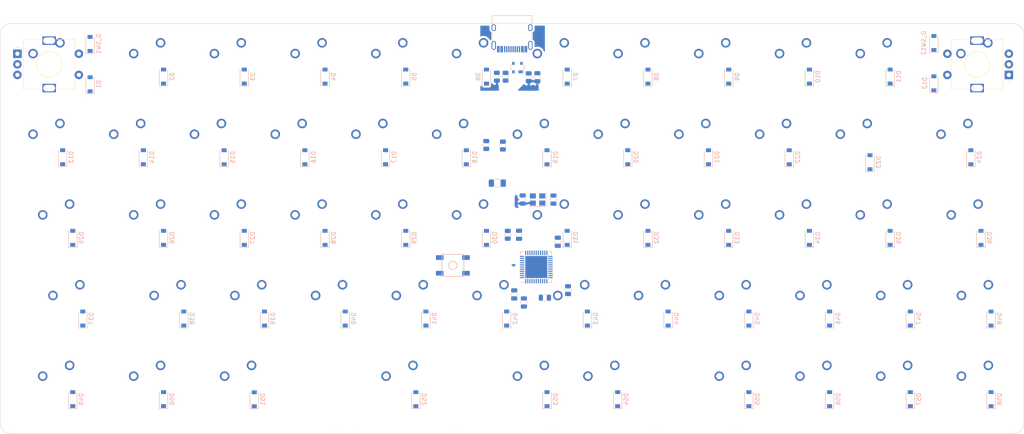
<source format=kicad_pcb>
(kicad_pcb (version 20211014) (generator pcbnew)
  (layers (0 "F.Cu" signal) (31 "B.Cu" signal) (34 "B.Paste" user) (35 "F.Paste" user) (36 "B.SilkS" user "B.Silkscreen") (37 "F.SilkS" user "F.Silkscreen") (38 "B.Mask" user) (39 "F.Mask" user) (44 "Edge.Cuts" user))
  (net 0 "")
  (net 1 "GND")
  (net 2 "Net-(C_crystal1-Pad2)")
  (net 3 "Net-(C_crystal2-Pad2)")
  (net 4 "+5V")
  (net 5 "Net-(C_UCAP1-Pad1)")
  (net 6 "Net-(C_USBSHIELD1-Pad1)")
  (net 7 "ROW0")
  (net 8 "Net-(D1-Pad2)")
  (net 9 "Net-(D2-Pad2)")
  (net 10 "Net-(D3-Pad2)")
  (net 11 "Net-(D4-Pad2)")
  (net 12 "Net-(D5-Pad2)")
  (net 13 "Net-(D6-Pad2)")
  (net 14 "Net-(D7-Pad2)")
  (net 15 "Net-(D8-Pad2)")
  (net 16 "Net-(D9-Pad2)")
  (net 17 "Net-(D10-Pad2)")
  (net 18 "Net-(D11-Pad2)")
  (net 19 "Net-(D12-Pad2)")
  (net 20 "ROW1")
  (net 21 "Net-(D13-Pad2)")
  (net 22 "Net-(D14-Pad2)")
  (net 23 "Net-(D15-Pad2)")
  (net 24 "Net-(D16-Pad2)")
  (net 25 "Net-(D17-Pad2)")
  (net 26 "Net-(D18-Pad2)")
  (net 27 "Net-(D19-Pad2)")
  (net 28 "Net-(D20-Pad2)")
  (net 29 "Net-(D21-Pad2)")
  (net 30 "Net-(D22-Pad2)")
  (net 31 "Net-(D23-Pad2)")
  (net 32 "Net-(D24-Pad2)")
  (net 33 "ROW2")
  (net 34 "Net-(D25-Pad2)")
  (net 35 "Net-(D26-Pad2)")
  (net 36 "Net-(D27-Pad2)")
  (net 37 "Net-(D28-Pad2)")
  (net 38 "Net-(D29-Pad2)")
  (net 39 "Net-(D30-Pad2)")
  (net 40 "Net-(D31-Pad2)")
  (net 41 "Net-(D32-Pad2)")
  (net 42 "Net-(D33-Pad2)")
  (net 43 "Net-(D34-Pad2)")
  (net 44 "Net-(D35-Pad2)")
  (net 45 "Net-(D36-Pad2)")
  (net 46 " ROW3")
  (net 47 "Net-(D37-Pad2)")
  (net 48 "Net-(D38-Pad2)")
  (net 49 "Net-(D39-Pad2)")
  (net 50 "Net-(D40-Pad2)")
  (net 51 "Net-(D41-Pad2)")
  (net 52 "Net-(D42-Pad2)")
  (net 53 "Net-(D43-Pad2)")
  (net 54 "Net-(D44-Pad2)")
  (net 55 "Net-(D45-Pad2)")
  (net 56 "Net-(D46-Pad2)")
  (net 57 "Net-(D47-Pad2)")
  (net 58 "Net-(D48-Pad2)")
  (net 59 "ROW4")
  (net 60 "Net-(D49-Pad2)")
  (net 61 "Net-(D50-Pad2)")
  (net 62 "Net-(D51-Pad2)")
  (net 63 "Net-(D52-Pad2)")
  (net 64 "Net-(D53-Pad2)")
  (net 65 "Net-(D54-Pad2)")
  (net 66 "Net-(D55-Pad2)")
  (net 67 "Net-(D56-Pad2)")
  (net 68 "Net-(D57-Pad2)")
  (net 69 "Net-(D58-Pad2)")
  (net 70 "D+")
  (net 71 "VCC")
  (net 72 "Net-(D_SW1-Pad2)")
  (net 73 "Net-(D_SW12-Pad2)")
  (net 74 "COL0")
  (net 75 "COL1")
  (net 76 "COL2")
  (net 77 "COL3")
  (net 78 "COL4")
  (net 79 "COL5")
  (net 80 "COL6")
  (net 81 "COL7")
  (net 82 "COL8")
  (net 83 "COL9")
  (net 84 "COL10")
  (net 85 "COL11")
  (net 86 "Net-(R_HWB/PE2-Pad1)")
  (net 87 "Net-(R_reset1-Pad2)")
  (net 88 "Net-(R_USB3-Pad2)")
  (net 89 "Net-(R_USB4-Pad2)")
  (net 90 "ROTARY_A")
  (net 91 "ROTARY_B")
  (net 99 "D-")
  (net 100 "Net-(J1-PadA5)")
  (net 102 "Net-(J1-PadB5)")
  (footprint "MX_Only:MXOnly-1U-NoLED" (layer "F.Cu") (at 215.9 132.842)
    (fp_text reference "MX56")
    (fp_text value "MX-NoLED")
    (pad "" np_thru_hole circle locked (at -5.08 0 48.0996) (size 1.75 1.75) (drill 1.75) (layers *.Cu *.Mask))
    (pad "" np_thru_hole circle locked (at 0 0) (size 3.9878 3.9878) (drill 3.9878) (layers *.Cu *.Mask))
    (pad "" np_thru_hole circle locked (at 5.08 0 48.0996) (size 1.75 1.75) (drill 1.75) (layers *.Cu *.Mask))
    (pad "1" thru_hole circle locked (at -3.81 -2.54) (size 2.25 2.25) (drill 1.47) (layers *.Cu "B.Mask") (net 83 "COL9"))
    (pad "2" thru_hole circle locked (at 2.54 -5.08) (size 2.25 2.25) (drill 1.47) (layers *.Cu "B.Mask") (net 67 "Net-(D56-Pad2)"))
  )
  (footprint "MX_Only:MXOnly-1.25U-NoLED" (layer "F.Cu") (at 80.137 132.842)
    (fp_text reference "MX51")
    (fp_text value "MX-NoLED")
    (pad "" np_thru_hole circle locked (at 5.08 0 48.0996) (size 1.75 1.75) (drill 1.75) (layers *.Cu *.Mask))
    (pad "" np_thru_hole circle locked (at -5.08 0 48.0996) (size 1.75 1.75) (drill 1.75) (layers *.Cu *.Mask))
    (pad "" np_thru_hole circle locked (at 0 0) (size 3.9878 3.9878) (drill 3.9878) (layers *.Cu *.Mask))
    (pad "1" thru_hole circle locked (at -3.81 -2.54) (size 2.25 2.25) (drill 1.47) (layers *.Cu "B.Mask") (net 76 "COL2"))
    (pad "2" thru_hole circle locked (at 2.54 -5.08) (size 2.25 2.25) (drill 1.47) (layers *.Cu "B.Mask") (net 62 "Net-(D51-Pad2)"))
  )
  (footprint "MX_Only:MXOnly-2.75U-NoLED" (layer "F.Cu") (at 118.237 132.842)
    (fp_text reference "MX52")
    (fp_text value "MX-NoLED")
    (pad "" np_thru_hole circle locked (at 5.08 0 48.0996) (size 1.75 1.75) (drill 1.75) (layers *.Cu *.Mask))
    (pad "" np_thru_hole circle locked (at -11.90625 8.255) (size 3.9878 3.9878) (drill 3.9878) (layers *.Cu *.Mask))
    (pad "" np_thru_hole circle locked (at 11.90625 -6.985) (size 3.048 3.048) (drill 3.048) (layers *.Cu *.Mask))
    (pad "" np_thru_hole circle locked (at 11.90625 8.255) (size 3.9878 3.9878) (drill 3.9878) (layers *.Cu *.Mask))
    (pad "" np_thru_hole circle locked (at -11.90625 -6.985) (size 3.048 3.048) (drill 3.048) (layers *.Cu *.Mask))
    (pad "" np_thru_hole circle locked (at -5.08 0 48.0996) (size 1.75 1.75) (drill 1.75) (layers *.Cu *.Mask))
    (pad "" np_thru_hole circle locked (at 0 0) (size 3.9878 3.9878) (drill 3.9878) (layers *.Cu *.Mask))
    (pad "1" thru_hole circle locked (at -3.81 -2.54) (size 2.25 2.25) (drill 1.47) (layers *.Cu "B.Mask") (net 78 "COL4"))
    (pad "2" thru_hole circle locked (at 2.54 -5.08) (size 2.25 2.25) (drill 1.47) (layers *.Cu "B.Mask") (net 63 "Net-(D52-Pad2)"))
  )
  (footprint "MX_Only:MXOnly-1U-NoLED" (layer "F.Cu") (at 34.925 75.692)
    (fp_text reference "MX13")
    (fp_text value "MX-NoLED")
    (pad "" np_thru_hole circle locked (at -5.08 0 48.0996) (size 1.75 1.75) (drill 1.75) (layers *.Cu *.Mask))
    (pad "" np_thru_hole circle locked (at 5.08 0 48.0996) (size 1.75 1.75) (drill 1.75) (layers *.Cu *.Mask))
    (pad "" np_thru_hole circle locked (at 0 0) (size 3.9878 3.9878) (drill 3.9878) (layers *.Cu *.Mask))
    (pad "1" thru_hole circle locked (at -3.81 -2.54) (size 2.25 2.25) (drill 1.47) (layers *.Cu "B.Mask") (net 74 "COL0"))
    (pad "2" thru_hole circle locked (at 2.54 -5.08) (size 2.25 2.25) (drill 1.47) (layers *.Cu "B.Mask") (net 21 "Net-(D13-Pad2)"))
  )
  (footprint "MX_Only:MXOnly-1.5U-NoLED" (layer "F.Cu") (at 39.624 113.792)
    (fp_text reference "MX37")
    (fp_text value "MX-NoLED")
    (pad "" np_thru_hole circle locked (at 5.08 0 48.0996) (size 1.75 1.75) (drill 1.75) (layers *.Cu *.Mask))
    (pad "" np_thru_hole circle locked (at -5.08 0 48.0996) (size 1.75 1.75) (drill 1.75) (layers *.Cu *.Mask))
    (pad "" np_thru_hole circle locked (at 0 0) (size 3.9878 3.9878) (drill 3.9878) (layers *.Cu *.Mask))
    (pad "1" thru_hole circle locked (at -3.81 -2.54) (size 2.25 2.25) (drill 1.47) (layers *.Cu "B.Mask") (net 74 "COL0"))
    (pad "2" thru_hole circle locked (at 2.54 -5.08) (size 2.25 2.25) (drill 1.47) (layers *.Cu "B.Mask") (net 47 "Net-(D37-Pad2)"))
  )
  (footprint "MX_Only:MXOnly-1U-NoLED" (layer "F.Cu") (at 149.225 75.692)
    (fp_text reference "MX19")
    (fp_text value "MX-NoLED")
    (pad "" np_thru_hole circle locked (at -5.08 0 48.0996) (size 1.75 1.75) (drill 1.75) (layers *.Cu *.Mask))
    (pad "" np_thru_hole circle locked (at 0 0) (size 3.9878 3.9878) (drill 3.9878) (layers *.Cu *.Mask))
    (pad "" np_thru_hole circle locked (at 5.08 0 48.0996) (size 1.75 1.75) (drill 1.75) (layers *.Cu *.Mask))
    (pad "1" thru_hole circle locked (at -3.81 -2.54) (size 2.25 2.25) (drill 1.47) (layers *.Cu "B.Mask") (net 80 "COL6"))
    (pad "2" thru_hole circle locked (at 2.54 -5.08) (size 2.25 2.25) (drill 1.47) (layers *.Cu "B.Mask") (net 27 "Net-(D19-Pad2)"))
  )
  (footprint "MX_Only:MXOnly-2.25U-NoLED" (layer "F.Cu") (at 165.862 132.842)
    (fp_text reference "MX54")
    (fp_text value "MX-NoLED")
    (pad "" np_thru_hole circle locked (at 5.08 0 48.0996) (size 1.75 1.75) (drill 1.75) (layers *.Cu *.Mask))
    (pad "" np_thru_hole circle locked (at 11.90625 8.255) (size 3.9878 3.9878) (drill 3.9878) (layers *.Cu *.Mask))
    (pad "" np_thru_hole circle locked (at -5.08 0 48.0996) (size 1.75 1.75) (drill 1.75) (layers *.Cu *.Mask))
    (pad "" np_thru_hole circle locked (at 11.90625 -6.985) (size 3.048 3.048) (drill 3.048) (layers *.Cu *.Mask))
    (pad "" np_thru_hole circle locked (at -11.90625 -6.985) (size 3.048 3.048) (drill 3.048) (layers *.Cu *.Mask))
    (pad "" np_thru_hole circle locked (at 0 0) (size 3.9878 3.9878) (drill 3.9878) (layers *.Cu *.Mask))
    (pad "" np_thru_hole circle locked (at -11.90625 8.255) (size 3.9878 3.9878) (drill 3.9878) (layers *.Cu *.Mask))
    (pad "1" thru_hole circle locked (at -3.81 -2.54) (size 2.25 2.25) (drill 1.47) (layers *.Cu "B.Mask") (net 81 "COL7"))
    (pad "2" thru_hole circle locked (at 2.54 -5.08) (size 2.25 2.25) (drill 1.47) (layers *.Cu "B.Mask") (net 65 "Net-(D54-Pad2)"))
  )
  (footprint "MX_Only:MXOnly-1U-NoLED" (layer "F.Cu") (at 153.924 56.642)
    (fp_text reference "MX7")
    (fp_text value "MX-NoLED")
    (pad "" np_thru_hole circle locked (at -5.08 0 48.0996) (size 1.75 1.75) (drill 1.75) (layers *.Cu *.Mask))
    (pad "" np_thru_hole circle locked (at 0 0) (size 3.9878 3.9878) (drill 3.9878) (layers *.Cu *.Mask))
    (pad "" np_thru_hole circle locked (at 5.08 0 48.0996) (size 1.75 1.75) (drill 1.75) (layers *.Cu *.Mask))
    (pad "1" thru_hole circle locked (at -3.81 -2.54) (size 2.25 2.25) (drill 1.47) (layers *.Cu "B.Mask") (net 80 "COL6"))
    (pad "2" thru_hole circle locked (at 2.54 -5.08) (size 2.25 2.25) (drill 1.47) (layers *.Cu "B.Mask") (net 14 "Net-(D7-Pad2)"))
  )
  (footprint "MX_Only:MXOnly-1U-NoLED" (layer "F.Cu") (at 215.9 113.792)
    (fp_text reference "MX46")
    (fp_text value "MX-NoLED")
    (pad "" np_thru_hole circle locked (at 0 0) (size 3.9878 3.9878) (drill 3.9878) (layers *.Cu *.Mask))
    (pad "" np_thru_hole circle locked (at 5.08 0 48.0996) (size 1.75 1.75) (drill 1.75) (layers *.Cu *.Mask))
    (pad "" np_thru_hole circle locked (at -5.08 0 48.0996) (size 1.75 1.75) (drill 1.75) (layers *.Cu *.Mask))
    (pad "1" thru_hole circle locked (at -3.81 -2.54) (size 2.25 2.25) (drill 1.47) (layers *.Cu "B.Mask") (net 83 "COL9"))
    (pad "2" thru_hole circle locked (at 2.54 -5.08) (size 2.25 2.25) (drill 1.47) (layers *.Cu "B.Mask") (net 56 "Net-(D46-Pad2)"))
  )
  (footprint "Keebio-Parts:RotaryEncoder_Alps_EC11E-Switch_Vertical_H20mm" (layer "F.Cu") (at 34.925 56.642)
    (fp_text reference "SW1" hide)
    (fp_text value "RotaryEncoder_Switch")
    (pad "A" thru_hole rect locked (at -7.5 -2.5) (size 2 2) (drill 1) (layers *.Cu *.Mask) (net 90 "ROTARY_A"))
    (pad "B" thru_hole circle locked (at -7.5 2.5) (size 2 2) (drill 1) (layers *.Cu *.Mask) (net 91 "ROTARY_B"))
    (pad "C" thru_hole circle locked (at -7.5 0) (size 2 2) (drill 1) (layers *.Cu *.Mask) (net 1 "GND"))
    (pad "MP" thru_hole rect locked (at 0 -5.6) (size 3.2 2) (drill oval 2.8 1.5) (layers *.Cu *.Mask))
    (pad "MP" thru_hole rect locked (at 0 5.6) (size 3.2 2) (drill oval 2.8 1.5) (layers *.Cu *.Mask))
    (pad "S1" thru_hole circle locked (at 7 2.5) (size 2 2) (drill 1) (layers *.Cu *.Mask) (net 72 "Net-(D_SW1-Pad2)"))
    (pad "S2" thru_hole circle locked (at 7 -2.5) (size 2 2) (drill 1) (layers *.Cu *.Mask) (net 74 "COL0"))
  )
  (footprint "MX_Only:MXOnly-1U-NoLED" (layer "F.Cu") (at 254 113.792)
    (fp_text reference "MX48")
    (fp_text value "MX-NoLED")
    (pad "" np_thru_hole circle locked (at -5.08 0 48.0996) (size 1.75 1.75) (drill 1.75) (layers *.Cu *.Mask))
    (pad "" np_thru_hole circle locked (at 0 0) (size 3.9878 3.9878) (drill 3.9878) (layers *.Cu *.Mask))
    (pad "" np_thru_hole circle locked (at 5.08 0 48.0996) (size 1.75 1.75) (drill 1.75) (layers *.Cu *.Mask))
    (pad "1" thru_hole circle locked (at -3.81 -2.54) (size 2.25 2.25) (drill 1.47) (layers *.Cu "B.Mask") (net 85 "COL11"))
    (pad "2" thru_hole circle locked (at 2.54 -5.08) (size 2.25 2.25) (drill 1.47) (layers *.Cu "B.Mask") (net 58 "Net-(D48-Pad2)"))
  )
  (footprint "MX_Only:MXOnly-1U-NoLED" (layer "F.Cu") (at 53.975 75.692)
    (fp_text reference "MX14")
    (fp_text value "MX-NoLED")
    (pad "" np_thru_hole circle locked (at -5.08 0 48.0996) (size 1.75 1.75) (drill 1.75) (layers *.Cu *.Mask))
    (pad "" np_thru_hole circle locked (at 5.08 0 48.0996) (size 1.75 1.75) (drill 1.75) (layers *.Cu *.Mask))
    (pad "" np_thru_hole circle locked (at 0 0) (size 3.9878 3.9878) (drill 3.9878) (layers *.Cu *.Mask))
    (pad "1" thru_hole circle locked (at -3.81 -2.54) (size 2.25 2.25) (drill 1.47) (layers *.Cu "B.Mask") (net 75 "COL1"))
    (pad "2" thru_hole circle locked (at 2.54 -5.08) (size 2.25 2.25) (drill 1.47) (layers *.Cu "B.Mask") (net 22 "Net-(D14-Pad2)"))
  )
  (footprint "MX_Only:MXOnly-1U-NoLED" (layer "F.Cu") (at 253.873 56.642)
    (fp_text reference "MX12")
    (fp_text value "MX-NoLED")
    (pad "" np_thru_hole circle locked (at 0 0) (size 3.9878 3.9878) (drill 3.9878) (layers *.Cu *.Mask))
    (pad "" np_thru_hole circle locked (at 5.08 0 48.0996) (size 1.75 1.75) (drill 1.75) (layers *.Cu *.Mask))
    (pad "" np_thru_hole circle locked (at -5.08 0 48.0996) (size 1.75 1.75) (drill 1.75) (layers *.Cu *.Mask))
    (pad "1" thru_hole circle locked (at -3.81 -2.54) (size 2.25 2.25) (drill 1.47) (layers *.Cu "B.Mask") (net 85 "COL11"))
    (pad "2" thru_hole circle locked (at 2.54 -5.08) (size 2.25 2.25) (drill 1.47) (layers *.Cu "B.Mask") (net 19 "Net-(D12-Pad2)"))
  )
  (footprint "MX_Only:MXOnly-1U-NoLED" (layer "F.Cu") (at 134.874 94.742)
    (fp_text reference "MX30")
    (fp_text value "MX-NoLED")
    (pad "" np_thru_hole circle locked (at -5.08 0 48.0996) (size 1.75 1.75) (drill 1.75) (layers *.Cu *.Mask))
    (pad "" np_thru_hole circle locked (at 5.08 0 48.0996) (size 1.75 1.75) (drill 1.75) (layers *.Cu *.Mask))
    (pad "" np_thru_hole circle locked (at 0 0) (size 3.9878 3.9878) (drill 3.9878) (layers *.Cu *.Mask))
    (pad "1" thru_hole circle locked (at -3.81 -2.54) (size 2.25 2.25) (drill 1.47) (layers *.Cu "B.Mask") (net 79 "COL5"))
    (pad "2" thru_hole circle locked (at 2.54 -5.08) (size 2.25 2.25) (drill 1.47) (layers *.Cu "B.Mask") (net 39 "Net-(D30-Pad2)"))
  )
  (footprint "MX_Only:MXOnly-1U-NoLED" (layer "F.Cu") (at 73.025 75.692)
    (fp_text reference "MX15")
    (fp_text value "MX-NoLED")
    (pad "" np_thru_hole circle locked (at -5.08 0 48.0996) (size 1.75 1.75) (drill 1.75) (layers *.Cu *.Mask))
    (pad "" np_thru_hole circle locked (at 0 0) (size 3.9878 3.9878) (drill 3.9878) (layers *.Cu *.Mask))
    (pad "" np_thru_hole circle locked (at 5.08 0 48.0996) (size 1.75 1.75) (drill 1.75) (layers *.Cu *.Mask))
    (pad "1" thru_hole circle locked (at -3.81 -2.54) (size 2.25 2.25) (drill 1.47) (layers *.Cu "B.Mask") (net 76 "COL2"))
    (pad "2" thru_hole circle locked (at 2.54 -5.08) (size 2.25 2.25) (drill 1.47) (layers *.Cu "B.Mask") (net 23 "Net-(D15-Pad2)"))
  )
  (footprint "MX_Only:MXOnly-1U-NoLED" (layer "F.Cu") (at 58.674 94.742)
    (fp_text reference "MX26")
    (fp_text value "MX-NoLED")
    (pad "" np_thru_hole circle locked (at 5.08 0 48.0996) (size 1.75 1.75) (drill 1.75) (layers *.Cu *.Mask))
    (pad "" np_thru_hole circle locked (at -5.08 0 48.0996) (size 1.75 1.75) (drill 1.75) (layers *.Cu *.Mask))
    (pad "" np_thru_hole circle locked (at 0 0) (size 3.9878 3.9878) (drill 3.9878) (layers *.Cu *.Mask))
    (pad "1" thru_hole circle locked (at -3.81 -2.54) (size 2.25 2.25) (drill 1.47) (layers *.Cu "B.Mask") (net 75 "COL1"))
    (pad "2" thru_hole circle locked (at 2.54 -5.08) (size 2.25 2.25) (drill 1.47) (layers *.Cu "B.Mask") (net 35 "Net-(D26-Pad2)"))
  )
  (footprint "MX_Only:MXOnly-1U-NoLED" (layer "F.Cu") (at 230.124 56.642)
    (fp_text reference "MX11")
    (fp_text value "MX-NoLED")
    (pad "" np_thru_hole circle locked (at 5.08 0 48.0996) (size 1.75 1.75) (drill 1.75) (layers *.Cu *.Mask))
    (pad "" np_thru_hole circle locked (at -5.08 0 48.0996) (size 1.75 1.75) (drill 1.75) (layers *.Cu *.Mask))
    (pad "" np_thru_hole circle locked (at 0 0) (size 3.9878 3.9878) (drill 3.9878) (layers *.Cu *.Mask))
    (pad "1" thru_hole circle locked (at -3.81 -2.54) (size 2.25 2.25) (drill 1.47) (layers *.Cu "B.Mask") (net 84 "COL10"))
    (pad "2" thru_hole circle locked (at 2.54 -5.08) (size 2.25 2.25) (drill 1.47) (layers *.Cu "B.Mask") (net 18 "Net-(D11-Pad2)"))
  )
  (footprint "MX_Only:MXOnly-1U-NoLED" (layer "F.Cu") (at 196.85 113.792)
    (fp_text reference "MX45")
    (fp_text value "MX-NoLED")
    (pad "" np_thru_hole circle locked (at -5.08 0 48.0996) (size 1.75 1.75) (drill 1.75) (layers *.Cu *.Mask))
    (pad "" np_thru_hole circle locked (at 0 0) (size 3.9878 3.9878) (drill 3.9878) (layers *.Cu *.Mask))
    (pad "" np_thru_hole circle locked (at 5.08 0 48.0996) (size 1.75 1.75) (drill 1.75) (layers *.Cu *.Mask))
    (pad "1" thru_hole circle locked (at -3.81 -2.54) (size 2.25 2.25) (drill 1.47) (layers *.Cu "B.Mask") (net 82 "COL8"))
    (pad "2" thru_hole circle locked (at 2.54 -5.08) (size 2.25 2.25) (drill 1.47) (layers *.Cu "B.Mask") (net 55 "Net-(D45-Pad2)"))
  )
  (footprint "MX_Only:MXOnly-1U-NoLED" (layer "F.Cu") (at 130.175 75.692)
    (fp_text reference "MX18")
    (fp_text value "MX-NoLED")
    (pad "" np_thru_hole circle locked (at -5.08 0 48.0996) (size 1.75 1.75) (drill 1.75) (layers *.Cu *.Mask))
    (pad "" np_thru_hole circle locked (at 0 0) (size 3.9878 3.9878) (drill 3.9878) (layers *.Cu *.Mask))
    (pad "" np_thru_hole circle locked (at 5.08 0 48.0996) (size 1.75 1.75) (drill 1.75) (layers *.Cu *.Mask))
    (pad "1" thru_hole circle locked (at -3.81 -2.54) (size 2.25 2.25) (drill 1.47) (layers *.Cu "B.Mask") (net 79 "COL5"))
    (pad "2" thru_hole circle locked (at 2.54 -5.08) (size 2.25 2.25) (drill 1.47) (layers *.Cu "B.Mask") (net 26 "Net-(D18-Pad2)"))
  )
  (footprint "MX_Only:MXOnly-1U-NoLED" (layer "F.Cu") (at 172.974 94.742)
    (fp_text reference "MX32")
    (fp_text value "MX-NoLED")
    (pad "" np_thru_hole circle locked (at 5.08 0 48.0996) (size 1.75 1.75) (drill 1.75) (layers *.Cu *.Mask))
    (pad "" np_thru_hole circle locked (at -5.08 0 48.0996) (size 1.75 1.75) (drill 1.75) (layers *.Cu *.Mask))
    (pad "" np_thru_hole circle locked (at 0 0) (size 3.9878 3.9878) (drill 3.9878) (layers *.Cu *.Mask))
    (pad "1" thru_hole circle locked (at -3.81 -2.54) (size 2.25 2.25) (drill 1.47) (layers *.Cu "B.Mask") (net 81 "COL7"))
    (pad "2" thru_hole circle locked (at 2.54 -5.08) (size 2.25 2.25) (drill 1.47) (layers *.Cu "B.Mask") (net 41 "Net-(D32-Pad2)"))
  )
  (footprint "MX_Only:MXOnly-1U-NoLED" (layer "F.Cu") (at 206.375 75.692)
    (fp_text reference "MX22")
    (fp_text value "MX-NoLED")
    (pad "" np_thru_hole circle locked (at 0 0) (size 3.9878 3.9878) (drill 3.9878) (layers *.Cu *.Mask))
    (pad "" np_thru_hole circle locked (at -5.08 0 48.0996) (size 1.75 1.75) (drill 1.75) (layers *.Cu *.Mask))
    (pad "" np_thru_hole circle locked (at 5.08 0 48.0996) (size 1.75 1.75) (drill 1.75) (layers *.Cu *.Mask))
    (pad "1" thru_hole circle locked (at -3.81 -2.54) (size 2.25 2.25) (drill 1.47) (layers *.Cu "B.Mask") (net 83 "COL9"))
    (pad "2" thru_hole circle locked (at 2.54 -5.08) (size 2.25 2.25) (drill 1.47) (layers *.Cu "B.Mask") (net 30 "Net-(D22-Pad2)"))
  )
  (footprint "MX_Only:MXOnly-1U-NoLED" (layer "F.Cu") (at 230.124 94.742)
    (fp_text reference "MX35")
    (fp_text value "MX-NoLED")
    (pad "" np_thru_hole circle locked (at 0 0) (size 3.9878 3.9878) (drill 3.9878) (layers *.Cu *.Mask))
    (pad "" np_thru_hole circle locked (at 5.08 0 48.0996) (size 1.75 1.75) (drill 1.75) (layers *.Cu *.Mask))
    (pad "" np_thru_hole circle locked (at -5.08 0 48.0996) (size 1.75 1.75) (drill 1.75) (layers *.Cu *.Mask))
    (pad "1" thru_hole circle locked (at -3.81 -2.54) (size 2.25 2.25) (drill 1.47) (layers *.Cu "B.Mask") (net 84 "COL10"))
    (pad "2" thru_hole circle locked (at 2.54 -5.08) (size 2.25 2.25) (drill 1.47) (layers *.Cu "B.Mask") (net 44 "Net-(D35-Pad2)"))
  )
  (footprint "MX_Only:MXOnly-1U-NoLED" (layer "F.Cu") (at 77.724 94.742)
    (fp_text reference "MX27")
    (fp_text value "MX-NoLED")
    (pad "" np_thru_hole circle locked (at -5.08 0 48.0996) (size 1.75 1.75) (drill 1.75) (layers *.Cu *.Mask))
    (pad "" np_thru_hole circle locked (at 5.08 0 48.0996) (size 1.75 1.75) (drill 1.75) (layers *.Cu *.Mask))
    (pad "" np_thru_hole circle locked (at 0 0) (size 3.9878 3.9878) (drill 3.9878) (layers *.Cu *.Mask))
    (pad "1" thru_hole circle locked (at -3.81 -2.54) (size 2.25 2.25) (drill 1.47) (layers *.Cu "B.Mask") (net 76 "COL2"))
    (pad "2" thru_hole circle locked (at 2.54 -5.08) (size 2.25 2.25) (drill 1.47) (layers *.Cu "B.Mask") (net 36 "Net-(D27-Pad2)"))
  )
  (footprint "MX_Only:MXOnly-1U-NoLED" (layer "F.Cu") (at 158.75 113.792)
    (fp_text reference "MX43")
    (fp_text value "MX-NoLED")
    (pad "" np_thru_hole circle locked (at 5.08 0 48.0996) (size 1.75 1.75) (drill 1.75) (layers *.Cu *.Mask))
    (pad "" np_thru_hole circle locked (at 0 0) (size 3.9878 3.9878) (drill 3.9878) (layers *.Cu *.Mask))
    (pad "" np_thru_hole circle locked (at -5.08 0 48.0996) (size 1.75 1.75) (drill 1.75) (layers *.Cu *.Mask))
    (pad "1" thru_hole circle locked (at -3.81 -2.54) (size 2.25 2.25) (drill 1.47) (layers *.Cu "B.Mask") (net 80 "COL6"))
    (pad "2" thru_hole circle locked (at 2.54 -5.08) (size 2.25 2.25) (drill 1.47) (layers *.Cu "B.Mask") (net 53 "Net-(D43-Pad2)"))
  )
  (footprint "MX_Only:MXOnly-1U-NoLED" (layer "F.Cu") (at 77.724 56.642)
    (fp_text reference "MX3")
    (fp_text value "MX-NoLED")
    (pad "" np_thru_hole circle locked (at 5.08 0 48.0996) (size 1.75 1.75) (drill 1.75) (layers *.Cu *.Mask))
    (pad "" np_thru_hole circle locked (at -5.08 0 48.0996) (size 1.75 1.75) (drill 1.75) (layers *.Cu *.Mask))
    (pad "" np_thru_hole circle locked (at 0 0) (size 3.9878 3.9878) (drill 3.9878) (layers *.Cu *.Mask))
    (pad "1" thru_hole circle locked (at -3.81 -2.54) (size 2.25 2.25) (drill 1.47) (layers *.Cu "B.Mask") (net 76 "COL2"))
    (pad "2" thru_hole circle locked (at 2.54 -5.08) (size 2.25 2.25) (drill 1.47) (layers *.Cu "B.Mask") (net 10 "Net-(D3-Pad2)"))
  )
  (footprint "MX_Only:MXOnly-1U-NoLED" (layer "F.Cu") (at 192.024 94.742)
    (fp_text reference "MX33")
    (fp_text value "MX-NoLED")
    (pad "" np_thru_hole circle locked (at 0 0) (size 3.9878 3.9878) (drill 3.9878) (layers *.Cu *.Mask))
    (pad "" np_thru_hole circle locked (at -5.08 0 48.0996) (size 1.75 1.75) (drill 1.75) (layers *.Cu *.Mask))
    (pad "" np_thru_hole circle locked (at 5.08 0 48.0996) (size 1.75 1.75) (drill 1.75) (layers *.Cu *.Mask))
    (pad "1" thru_hole circle locked (at -3.81 -2.54) (size 2.25 2.25) (drill 1.47) (layers *.Cu "B.Mask") (net 82 "COL8"))
    (pad "2" thru_hole circle locked (at 2.54 -5.08) (size 2.25 2.25) (drill 1.47) (layers *.Cu "B.Mask") (net 42 "Net-(D33-Pad2)"))
  )
  (footprint "MX_Only:MXOnly-1U-NoLED" (layer "F.Cu") (at 58.674 132.842)
    (fp_text reference "MX50")
    (fp_text value "MX-NoLED")
    (pad "" np_thru_hole circle locked (at 5.08 0 48.0996) (size 1.75 1.75) (drill 1.75) (layers *.Cu *.Mask))
    (pad "" np_thru_hole circle locked (at 0 0) (size 3.9878 3.9878) (drill 3.9878) (layers *.Cu *.Mask))
    (pad "" np_thru_hole circle locked (at -5.08 0 48.0996) (size 1.75 1.75) (drill 1.75) (layers *.Cu *.Mask))
    (pad "1" thru_hole circle locked (at -3.81 -2.54) (size 2.25 2.25) (drill 1.47) (layers *.Cu "B.Mask") (net 75 "COL1"))
    (pad "2" thru_hole circle locked (at 2.54 -5.08) (size 2.25 2.25) (drill 1.47) (layers *.Cu "B.Mask") (net 61 "Net-(D50-Pad2)"))
  )
  (footprint "MX_Only:MXOnly-1U-NoLED" (layer "F.Cu") (at 234.95 113.792)
    (fp_text reference "MX47")
    (fp_text value "MX-NoLED")
    (pad "" np_thru_hole circle locked (at -5.08 0 48.0996) (size 1.75 1.75) (drill 1.75) (layers *.Cu *.Mask))
    (pad "" np_thru_hole circle locked (at 0 0) (size 3.9878 3.9878) (drill 3.9878) (layers *.Cu *.Mask))
    (pad "" np_thru_hole circle locked (at 5.08 0 48.0996) (size 1.75 1.75) (drill 1.75) (layers *.Cu *.Mask))
    (pad "1" thru_hole circle locked (at -3.81 -2.54) (size 2.25 2.25) (drill 1.47) (layers *.Cu "B.Mask") (net 84 "COL10"))
    (pad "2" thru_hole circle locked (at 2.54 -5.08) (size 2.25 2.25) (drill 1.47) (layers *.Cu "B.Mask") (net 57 "Net-(D47-Pad2)"))
  )
  (footprint "MX_Only:MXOnly-1U-NoLED" (layer "F.Cu") (at 96.774 94.742)
    (fp_text reference "MX28")
    (fp_text value "MX-NoLED")
    (pad "" np_thru_hole circle locked (at -5.08 0 48.0996) (size 1.75 1.75) (drill 1.75) (layers *.Cu *.Mask))
    (pad "" np_thru_hole circle locked (at 0 0) (size 3.9878 3.9878) (drill 3.9878) (layers *.Cu *.Mask))
    (pad "" np_thru_hole circle locked (at 5.08 0 48.0996) (size 1.75 1.75) (drill 1.75) (layers *.Cu *.Mask))
    (pad "1" thru_hole circle locked (at -3.81 -2.54) (size 2.25 2.25) (drill 1.47) (layers *.Cu "B.Mask") (net 77 "COL3"))
    (pad "2" thru_hole circle locked (at 2.54 -5.08) (size 2.25 2.25) (drill 1.47) (layers *.Cu "B.Mask") (net 37 "Net-(D28-Pad2)"))
  )
  (footprint "MX_Only:MXOnly-1U-NoLED" (layer "F.Cu") (at 134.874 56.642)
    (fp_text reference "MX6")
    (fp_text value "MX-NoLED")
    (pad "" np_thru_hole circle locked (at -5.08 0 48.0996) (size 1.75 1.75) (drill 1.75) (layers *.Cu *.Mask))
    (pad "" np_thru_hole circle locked (at 0 0) (size 3.9878 3.9878) (drill 3.9878) (layers *.Cu *.Mask))
    (pad "" np_thru_hole circle locked (at 5.08 0 48.0996) (size 1.75 1.75) (drill 1.75) (layers *.Cu *.Mask))
    (pad "1" thru_hole circle locked (at -3.81 -2.54) (size 2.25 2.25) (drill 1.47) (layers *.Cu "B.Mask") (net 79 "COL5"))
    (pad "2" thru_hole circle locked (at 2.54 -5.08) (size 2.25 2.25) (drill 1.47) (layers *.Cu "B.Mask") (net 13 "Net-(D6-Pad2)"))
  )
  (footprint "MX_Only:MXOnly-1.25U-NoLED" (layer "F.Cu") (at 37.211 132.842)
    (fp_text reference "MX49")
    (fp_text value "MX-NoLED")
    (pad "" np_thru_hole circle locked (at 5.08 0 48.0996) (size 1.75 1.75) (drill 1.75) (layers *.Cu *.Mask))
    (pad "" np_thru_hole circle locked (at 0 0) (size 3.9878 3.9878) (drill 3.9878) (layers *.Cu *.Mask))
    (pad "" np_thru_hole circle locked (at -5.08 0 48.0996) (size 1.75 1.75) (drill 1.75) (layers *.Cu *.Mask))
    (pad "1" thru_hole circle locked (at -3.81 -2.54) (size 2.25 2.25) (drill 1.47) (layers *.Cu "B.Mask") (net 74 "COL0"))
    (pad "2" thru_hole circle locked (at 2.54 -5.08) (size 2.25 2.25) (drill 1.47) (layers *.Cu "B.Mask") (net 60 "Net-(D49-Pad2)"))
  )
  (footprint "MX_Only:MXOnly-1U-NoLED" (layer "F.Cu") (at 211.074 56.642)
    (fp_text reference "MX10")
    (fp_text value "MX-NoLED")
    (pad "" np_thru_hole circle locked (at -5.08 0 48.0996) (size 1.75 1.75) (drill 1.75) (layers *.Cu *.Mask))
    (pad "" np_thru_hole circle locked (at 0 0) (size 3.9878 3.9878) (drill 3.9878) (layers *.Cu *.Mask))
    (pad "" np_thru_hole circle locked (at 5.08 0 48.0996) (size 1.75 1.75) (drill 1.75) (layers *.Cu *.Mask))
    (pad "1" thru_hole circle locked (at -3.81 -2.54) (size 2.25 2.25) (drill 1.47) (layers *.Cu "B.Mask") (net 83 "COL9"))
    (pad "2" thru_hole circle locked (at 2.54 -5.08) (size 2.25 2.25) (drill 1.47) (layers *.Cu "B.Mask") (net 17 "Net-(D10-Pad2)"))
  )
  (footprint "MX_Only:MXOnly-1U-NoLED" (layer "F.Cu") (at 172.974 56.642)
    (fp_text reference "MX8")
    (fp_text value "MX-NoLED")
    (pad "" np_thru_hole circle locked (at 0 0) (size 3.9878 3.9878) (drill 3.9878) (layers *.Cu *.Mask))
    (pad "" np_thru_hole circle locked (at 5.08 0 48.0996) (size 1.75 1.75) (drill 1.75) (layers *.Cu *.Mask))
    (pad "" np_thru_hole circle locked (at -5.08 0 48.0996) (size 1.75 1.75) (drill 1.75) (layers *.Cu *.Mask))
    (pad "1" thru_hole circle locked (at -3.81 -2.54) (size 2.25 2.25) (drill 1.47) (layers *.Cu "B.Mask") (net 81 "COL7"))
    (pad "2" thru_hole circle locked (at 2.54 -5.08) (size 2.25 2.25) (drill 1.47) (layers *.Cu "B.Mask") (net 15 "Net-(D8-Pad2)"))
  )
  (footprint "MX_Only:MXOnly-1U-NoLED" (layer "F.Cu") (at 192.024 56.642)
    (fp_text reference "MX9")
    (fp_text value "MX-NoLED")
    (pad "" np_thru_hole circle locked (at -5.08 0 48.0996) (size 1.75 1.75) (drill 1.75) (layers *.Cu *.Mask))
    (pad "" np_thru_hole circle locked (at 0 0) (size 3.9878 3.9878) (drill 3.9878) (layers *.Cu *.Mask))
    (pad "" np_thru_hole circle locked (at 5.08 0 48.0996) (size 1.75 1.75) (drill 1.75) (layers *.Cu *.Mask))
    (pad "1" thru_hole circle locked (at -3.81 -2.54) (size 2.25 2.25) (drill 1.47) (layers *.Cu "B.Mask") (net 82 "COL8"))
    (pad "2" thru_hole circle locked (at 2.54 -5.08) (size 2.25 2.25) (drill 1.47) (layers *.Cu "B.Mask") (net 16 "Net-(D9-Pad2)"))
  )
  (footprint "MX_Only:MXOnly-1U-NoLED" (layer "F.Cu") (at 139.7 113.792)
    (fp_text reference "MX42")
    (fp_text value "MX-NoLED")
    (pad "" np_thru_hole circle locked (at 0 0) (size 3.9878 3.9878) (drill 3.9878) (layers *.Cu *.Mask))
    (pad "" np_thru_hole circle locked (at 5.08 0 48.0996) (size 1.75 1.75) (drill 1.75) (layers *.Cu *.Mask))
    (pad "" np_thru_hole circle locked (at -5.08 0 48.0996) (size 1.75 1.75) (drill 1.75) (layers *.Cu *.Mask))
    (pad "1" thru_hole circle locked (at -3.81 -2.54) (size 2.25 2.25) (drill 1.47) (layers *.Cu "B.Mask") (net 79 "COL5"))
    (pad "2" thru_hole circle locked (at 2.54 -5.08) (size 2.25 2.25) (drill 1.47) (layers *.Cu "B.Mask") (net 52 "Net-(D42-Pad2)"))
  )
  (footprint "MX_Only:MXOnly-1.5U-NoLED" (layer "F.Cu") (at 249.174 75.692)
    (fp_text reference "MX24")
    (fp_text value "MX-NoLED")
    (pad "" np_thru_hole circle locked (at 0 0) (size 3.9878 3.9878) (drill 3.9878) (layers *.Cu *.Mask))
    (pad "" np_thru_hole circle locked (at 5.08 0 48.0996) (size 1.75 1.75) (drill 1.75) (layers *.Cu *.Mask))
    (pad "" np_thru_hole circle locked (at -5.08 0 48.0996) (size 1.75 1.75) (drill 1.75) (layers *.Cu *.Mask))
    (pad "1" thru_hole circle locked (at -3.81 -2.54) (size 2.25 2.25) (drill 1.47) (layers *.Cu "B.Mask") (net 85 "COL11"))
    (pad "2" thru_hole circle locked (at 2.54 -5.08) (size 2.25 2.25) (drill 1.47) (layers *.Cu "B.Mask") (net 32 "Net-(D24-Pad2)"))
  )
  (footprint "MX_Only:MXOnly-1U-NoLED" (layer "F.Cu") (at 168.275 75.692)
    (fp_text reference "MX20")
    (fp_text value "MX-NoLED")
    (pad "" np_thru_hole circle locked (at 0 0) (size 3.9878 3.9878) (drill 3.9878) (layers *.Cu *.Mask))
    (pad "" np_thru_hole circle locked (at 5.08 0 48.0996) (size 1.75 1.75) (drill 1.75) (layers *.Cu *.Mask))
    (pad "" np_thru_hole circle locked (at -5.08 0 48.0996) (size 1.75 1.75) (drill 1.75) (layers *.Cu *.Mask))
    (pad "1" thru_hole circle locked (at -3.81 -2.54) (size 2.25 2.25) (drill 1.47) (layers *.Cu "B.Mask") (net 81 "COL7"))
    (pad "2" thru_hole circle locked (at 2.54 -5.08) (size 2.25 2.25) (drill 1.47) (layers *.Cu "B.Mask") (net 28 "Net-(D20-Pad2)"))
  )
  (footprint "MX_Only:MXOnly-1U-NoLED" (layer "F.Cu") (at 34.925 56.642)
    (fp_text reference "MX1")
    (fp_text value "MX-NoLED")
    (pad "" np_thru_hole circle locked (at -5.08 0 48.0996) (size 1.75 1.75) (drill 1.75) (layers *.Cu *.Mask))
    (pad "" np_thru_hole circle locked (at 0 0) (size 3.9878 3.9878) (drill 3.9878) (layers *.Cu *.Mask))
    (pad "" np_thru_hole circle locked (at 5.08 0 48.0996) (size 1.75 1.75) (drill 1.75) (layers *.Cu *.Mask))
    (pad "1" thru_hole circle locked (at -3.81 -2.54) (size 2.25 2.25) (drill 1.47) (layers *.Cu "B.Mask") (net 74 "COL0"))
    (pad "2" thru_hole circle locked (at 2.54 -5.08) (size 2.25 2.25) (drill 1.47) (layers *.Cu "B.Mask") (net 8 "Net-(D1-Pad2)"))
  )
  (footprint "MX_Only:MXOnly-1U-NoLED" (layer "F.Cu") (at 92.075 75.692)
    (fp_text reference "MX16")
    (fp_text value "MX-NoLED")
    (pad "" np_thru_hole circle locked (at 0 0) (size 3.9878 3.9878) (drill 3.9878) (layers *.Cu *.Mask))
    (pad "" np_thru_hole circle locked (at 5.08 0 48.0996) (size 1.75 1.75) (drill 1.75) (layers *.Cu *.Mask))
    (pad "" np_thru_hole circle locked (at -5.08 0 48.0996) (size 1.75 1.75) (drill 1.75) (layers *.Cu *.Mask))
    (pad "1" thru_hole circle locked (at -3.81 -2.54) (size 2.25 2.25) (drill 1.47) (layers *.Cu "B.Mask") (net 77 "COL3"))
    (pad "2" thru_hole circle locked (at 2.54 -5.08) (size 2.25 2.25) (drill 1.47) (layers *.Cu "B.Mask") (net 24 "Net-(D16-Pad2)"))
  )
  (footprint "MX_Only:MXOnly-1U-NoLED" (layer "F.Cu") (at 63.5 113.792)
    (fp_text reference "MX38")
    (fp_text value "MX-NoLED")
    (pad "" np_thru_hole circle locked (at -5.08 0 48.0996) (size 1.75 1.75) (drill 1.75) (layers *.Cu *.Mask))
    (pad "" np_thru_hole circle locked (at 0 0) (size 3.9878 3.9878) (drill 3.9878) (layers *.Cu *.Mask))
    (pad "" np_thru_hole circle locked (at 5.08 0 48.0996) (size 1.75 1.75) (drill 1.75) (layers *.Cu *.Mask))
    (pad "1" thru_hole circle locked (at -3.81 -2.54) (size 2.25 2.25) (drill 1.47) (layers *.Cu "B.Mask") (net 75 "COL1"))
    (pad "2" thru_hole circle locked (at 2.54 -5.08) (size 2.25 2.25) (drill 1.47) (layers *.Cu "B.Mask") (net 48 "Net-(D38-Pad2)"))
  )
  (footprint "MX_Only:MXOnly-1U-NoLED" (layer "F.Cu") (at 153.924 94.742)
    (fp_text reference "MX31")
    (fp_text value "MX-NoLED")
    (pad "" np_thru_hole circle locked (at 0 0) (size 3.9878 3.9878) (drill 3.9878) (layers *.Cu *.Mask))
    (pad "" np_thru_hole circle locked (at -5.08 0 48.0996) (size 1.75 1.75) (drill 1.75) (layers *.Cu *.Mask))
    (pad "" np_thru_hole circle locked (at 5.08 0 48.0996) (size 1.75 1.75) (drill 1.75) (layers *.Cu *.Mask))
    (pad "1" thru_hole circle locked (at -3.81 -2.54) (size 2.25 2.25) (drill 1.47) (layers *.Cu "B.Mask") (net 80 "COL6"))
    (pad "2" thru_hole circle locked (at 2.54 -5.08) (size 2.25 2.25) (drill 1.47) (layers *.Cu "B.Mask") (net 40 "Net-(D31-Pad2)"))
  )
  (footprint "MX_Only:MXOnly-6U-Centered-NoLED" (layer "F.Cu") (at 149.225 132.842)
    (fp_text reference "MX53")
    (fp_text value "MX-NoLED")
    (pad "" np_thru_hole circle locked (at -5.08 0 48.0996) (size 1.75 1.75) (drill 1.75) (layers *.Cu *.Mask))
    (pad "" np_thru_hole circle locked (at 0 0) (size 3.9878 3.9878) (drill 3.9878) (layers *.Cu *.Mask))
    (pad "" np_thru_hole circle locked (at 5.08 0 48.0996) (size 1.75 1.75) (drill 1.75) (layers *.Cu *.Mask))
    (pad "" np_thru_hole circle locked (at -47.625 8.255) (size 3.9878 3.9878) (drill 3.9878) (layers *.Cu *.Mask))
    (pad "" np_thru_hole circle locked (at 47.625 8.255) (size 3.9878 3.9878) (drill 3.9878) (layers *.Cu *.Mask))
    (pad "" np_thru_hole circle locked (at -47.625 -6.985) (size 3.048 3.048) (drill 3.048) (layers *.Cu *.Mask))
    (pad "" np_thru_hole circle locked (at 47.625 -6.985) (size 3.048 3.048) (drill 3.048) (layers *.Cu *.Mask))
    (pad "1" thru_hole circle locked (at -3.81 -2.54) (size 2.25 2.25) (drill 1.47) (layers *.Cu "B.Mask") (net 79 "COL5"))
    (pad "2" thru_hole circle locked (at 2.54 -5.08) (size 2.25 2.25) (drill 1.47) (layers *.Cu "B.Mask") (net 64 "Net-(D53-Pad2)"))
  )
  (footprint "MX_Only:MXOnly-1U-NoLED" (layer "F.Cu") (at 115.824 94.742)
    (fp_text reference "MX29")
    (fp_text value "MX-NoLED")
    (pad "" np_thru_hole circle locked (at -5.08 0 48.0996) (size 1.75 1.75) (drill 1.75) (layers *.Cu *.Mask))
    (pad "" np_thru_hole circle locked (at 0 0) (size 3.9878 3.9878) (drill 3.9878) (layers *.Cu *.Mask))
    (pad "" np_thru_hole circle locked (at 5.08 0 48.0996) (size 1.75 1.75) (drill 1.75) (layers *.Cu *.Mask))
    (pad "1" thru_hole circle locked (at -3.81 -2.54) (size 2.25 2.25) (drill 1.47) (layers *.Cu "B.Mask") (net 78 "COL4"))
    (pad "2" thru_hole circle locked (at 2.54 -5.08) (size 2.25 2.25) (drill 1.47) (layers *.Cu "B.Mask") (net 38 "Net-(D29-Pad2)"))
  )
  (footprint "MX_Only:MXOnly-1U-NoLED" (layer "F.Cu") (at 82.55 113.792)
    (fp_text reference "MX39")
    (fp_text value "MX-NoLED")
    (pad "" np_thru_hole circle locked (at -5.08 0 48.0996) (size 1.75 1.75) (drill 1.75) (layers *.Cu *.Mask))
    (pad "" np_thru_hole circle locked (at 5.08 0 48.0996) (size 1.75 1.75) (drill 1.75) (layers *.Cu *.Mask))
    (pad "" np_thru_hole circle locked (at 0 0) (size 3.9878 3.9878) (drill 3.9878) (layers *.Cu *.Mask))
    (pad "1" thru_hole circle locked (at -3.81 -2.54) (size 2.25 2.25) (drill 1.47) (layers *.Cu "B.Mask") (net 76 "COL2"))
    (pad "2" thru_hole circle locked (at 2.54 -5.08) (size 2.25 2.25) (drill 1.47) (layers *.Cu "B.Mask") (net 49 "Net-(D39-Pad2)"))
  )
  (footprint "MX_Only:MXOnly-1U-NoLED" (layer "F.Cu") (at 196.85 132.842)
    (fp_text reference "MX55")
    (fp_text value "MX-NoLED")
    (pad "" np_thru_hole circle locked (at 5.08 0 48.0996) (size 1.75 1.75) (drill 1.75) (layers *.Cu *.Mask))
    (pad "" np_thru_hole circle locked (at -5.08 0 48.0996) (size 1.75 1.75) (drill 1.75) (layers *.Cu *.Mask))
    (pad "" np_thru_hole circle locked (at 0 0) (size 3.9878 3.9878) (drill 3.9878) (layers *.Cu *.Mask))
    (pad "1" thru_hole circle locked (at -3.81 -2.54) (size 2.25 2.25) (drill 1.47) (layers *.Cu "B.Mask") (net 82 "COL8"))
    (pad "2" thru_hole circle locked (at 2.54 -5.08) (size 2.25 2.25) (drill 1.47) (layers *.Cu "B.Mask") (net 66 "Net-(D55-Pad2)"))
  )
  (footprint "MX_Only:MXOnly-1U-NoLED" (layer "F.Cu") (at 101.6 113.792)
    (fp_text reference "MX40")
    (fp_text value "MX-NoLED")
    (pad "" np_thru_hole circle locked (at -5.08 0 48.0996) (size 1.75 1.75) (drill 1.75) (layers *.Cu *.Mask))
    (pad "" np_thru_hole circle locked (at 5.08 0 48.0996) (size 1.75 1.75) (drill 1.75) (layers *.Cu *.Mask))
    (pad "" np_thru_hole circle locked (at 0 0) (size 3.9878 3.9878) (drill 3.9878) (layers *.Cu *.Mask))
    (pad "1" thru_hole circle locked (at -3.81 -2.54) (size 2.25 2.25) (drill 1.47) (layers *.Cu "B.Mask") (net 77 "COL3"))
    (pad "2" thru_hole circle locked (at 2.54 -5.08) (size 2.25 2.25) (drill 1.47) (layers *.Cu "B.Mask") (net 50 "Net-(D40-Pad2)"))
  )
  (footprint "MX_Only:MXOnly-1U-NoLED" (layer "F.Cu") (at 187.325 75.692)
    (fp_text reference "MX21")
    (fp_text value "MX-NoLED")
    (pad "" np_thru_hole circle locked (at -5.08 0 48.0996) (size 1.75 1.75) (drill 1.75) (layers *.Cu *.Mask))
    (pad "" np_thru_hole circle locked (at 0 0) (size 3.9878 3.9878) (drill 3.9878) (layers *.Cu *.Mask))
    (pad "" np_thru_hole circle locked (at 5.08 0 48.0996) (size 1.75 1.75) (drill 1.75) (layers *.Cu *.Mask))
    (pad "1" thru_hole circle locked (at -3.81 -2.54) (size 2.25 2.25) (drill 1.47) (layers *.Cu "B.Mask") (net 82 "COL8"))
    (pad "2" thru_hole circle locked (at 2.54 -5.08) (size 2.25 2.25) (drill 1.47) (layers *.Cu "B.Mask") (net 29 "Net-(D21-Pad2)"))
  )
  (footprint "MX_Only:MXOnly-1U-NoLED" (layer "F.Cu") (at 115.824 56.642)
    (fp_text reference "MX5")
    (fp_text value "MX-NoLED")
    (pad "" np_thru_hole circle locked (at 5.08 0 48.0996) (size 1.75 1.75) (drill 1.75) (layers *.Cu *.Mask))
    (pad "" np_thru_hole circle locked (at -5.08 0 48.0996) (size 1.75 1.75) (drill 1.75) (layers *.Cu *.Mask))
    (pad "" np_thru_hole circle locked (at 0 0) (size 3.9878 3.9878) (drill 3.9878) (layers *.Cu *.Mask))
    (pad "1" thru_hole circle locked (at -3.81 -2.54) (size 2.25 2.25) (drill 1.47) (layers *.Cu "B.Mask") (net 78 "COL4"))
    (pad "2" thru_hole circle locked (at 2.54 -5.08) (size 2.25 2.25) (drill 1.47) (layers *.Cu "B.Mask") (net 12 "Net-(D5-Pad2)"))
  )
  (footprint "MX_Only:MXOnly-1U-NoLED" (layer "F.Cu") (at 177.8 113.792)
    (fp_text reference "MX44")
    (fp_text value "MX-NoLED")
    (pad "" np_thru_hole circle locked (at -5.08 0 48.0996) (size 1.75 1.75) (drill 1.75) (layers *.Cu *.Mask))
    (pad "" np_thru_hole circle locked (at 5.08 0 48.0996) (size 1.75 1.75) (drill 1.75) (layers *.Cu *.Mask))
    (pad "" np_thru_hole circle locked (at 0 0) (size 3.9878 3.9878) (drill 3.9878) (layers *.Cu *.Mask))
    (pad "1" thru_hole circle locked (at -3.81 -2.54) (size 2.25 2.25) (drill 1.47) (layers *.Cu "B.Mask") (net 81 "COL7"))
    (pad "2" thru_hole circle locked (at 2.54 -5.08) (size 2.25 2.25) (drill 1.47) (layers *.Cu "B.Mask") (net 54 "Net-(D44-Pad2)"))
  )
  (footprint "MX_Only:MXOnly-1.25U-NoLED" (layer "F.Cu") (at 251.587 94.742)
    (fp_text reference "MX36")
    (fp_text value "MX-NoLED")
    (pad "" np_thru_hole circle locked (at 5.08 0 48.0996) (size 1.75 1.75) (drill 1.75) (layers *.Cu *.Mask))
    (pad "" np_thru_hole circle locked (at 0 0) (size 3.9878 3.9878) (drill 3.9878) (layers *.Cu *.Mask))
    (pad "" np_thru_hole circle locked (at -5.08 0 48.0996) (size 1.75 1.75) (drill 1.75) (layers *.Cu *.Mask))
    (pad "1" thru_hole circle locked (at -3.81 -2.54) (size 2.25 2.25) (drill 1.47) (layers *.Cu "B.Mask") (net 85 "COL11"))
    (pad "2" thru_hole circle locked (at 2.54 -5.08) (size 2.25 2.25) (drill 1.47) (layers *.Cu "B.Mask") (net 45 "Net-(D36-Pad2)"))
  )
  (footprint "Keebio-Parts:RotaryEncoder_Alps_EC11E-Switch_Vertical_H20mm" (layer "F.Cu") (at 253.873 56.642 180)
    (fp_text reference "SW12" hide)
    (fp_text value "RotaryEncoder_Switch")
    (pad "A" thru_hole rect locked (at -7.5 -2.5 180) (size 2 2) (drill 1) (layers *.Cu *.Mask) (net 90 "ROTARY_A"))
    (pad "B" thru_hole circle locked (at -7.5 2.5 180) (size 2 2) (drill 1) (layers *.Cu *.Mask) (net 91 "ROTARY_B"))
    (pad "C" thru_hole circle locked (at -7.5 0 180) (size 2 2) (drill 1) (layers *.Cu *.Mask) (net 1 "GND"))
    (pad "MP" thru_hole rect locked (at 0 -5.6 180) (size 3.2 2) (drill oval 2.8 1.5) (layers *.Cu *.Mask))
    (pad "MP" thru_hole rect locked (at 0 5.6 180) (size 3.2 2) (drill oval 2.8 1.5) (layers *.Cu *.Mask))
    (pad "S1" thru_hole circle locked (at 7 2.5 180) (size 2 2) (drill 1) (layers *.Cu *.Mask) (net 73 "Net-(D_SW12-Pad2)"))
    (pad "S2" thru_hole circle locked (at 7 -2.5 180) (size 2 2) (drill 1) (layers *.Cu *.Mask) (net 85 "COL11"))
  )
  (footprint "MX_Only:MXOnly-1U-NoLED" (layer "F.Cu") (at 96.774 56.642)
    (fp_text reference "MX4")
    (fp_text value "MX-NoLED")
    (pad "" np_thru_hole circle locked (at -5.08 0 48.0996) (size 1.75 1.75) (drill 1.75) (layers *.Cu *.Mask))
    (pad "" np_thru_hole circle locked (at 0 0) (size 3.9878 3.9878) (drill 3.9878) (layers *.Cu *.Mask))
    (pad "" np_thru_hole circle locked (at 5.08 0 48.0996) (size 1.75 1.75) (drill 1.75) (layers *.Cu *.Mask))
    (pad "1" thru_hole circle locked (at -3.81 -2.54) (size 2.25 2.25) (drill 1.47) (layers *.Cu "B.Mask") (net 77 "COL3"))
    (pad "2" thru_hole circle locked (at 2.54 -5.08) (size 2.25 2.25) (drill 1.47) (layers *.Cu "B.Mask") (net 11 "Net-(D4-Pad2)"))
  )
  (footprint "MX_Only:MXOnly-1.25U-NoLED" (layer "F.Cu") (at 37.211 94.742)
    (fp_text reference "MX25")
    (fp_text value "MX-NoLED")
    (pad "" np_thru_hole circle locked (at 0 0) (size 3.9878 3.9878) (drill 3.9878) (layers *.Cu *.Mask))
    (pad "" np_thru_hole circle locked (at -5.08 0 48.0996) (size 1.75 1.75) (drill 1.75) (layers *.Cu *.Mask))
    (pad "" np_thru_hole circle locked (at 5.08 0 48.0996) (size 1.75 1.75) (drill 1.75) (layers *.Cu *.Mask))
    (pad "1" thru_hole circle locked (at -3.81 -2.54) (size 2.25 2.25) (drill 1.47) (layers *.Cu "B.Mask") (net 74 "COL0"))
    (pad "2" thru_hole circle locked (at 2.54 -5.08) (size 2.25 2.25) (drill 1.47) (layers *.Cu "B.Mask") (net 34 "Net-(D25-Pad2)"))
  )
  (footprint "MX_Only:MXOnly-1U-NoLED" (layer "F.Cu") (at 111.125 75.692)
    (fp_text reference "MX17")
    (fp_text value "MX-NoLED")
    (pad "" np_thru_hole circle locked (at 0 0) (size 3.9878 3.9878) (drill 3.9878) (layers *.Cu *.Mask))
    (pad "" np_thru_hole circle locked (at 5.08 0 48.0996) (size 1.75 1.75) (drill 1.75) (layers *.Cu *.Mask))
    (pad "" np_thru_hole circle locked (at -5.08 0 48.0996) (size 1.75 1.75) (drill 1.75) (layers *.Cu *.Mask))
    (pad "1" thru_hole circle locked (at -3.81 -2.54) (size 2.25 2.25) (drill 1.47) (layers *.Cu "B.Mask") (net 78 "COL4"))
    (pad "2" thru_hole circle locked (at 2.54 -5.08) (size 2.25 2.25) (drill 1.47) (layers *.Cu "B.Mask") (net 25 "Net-(D17-Pad2)"))
  )
  (footprint "MX_Only:MXOnly-1U-NoLED" (layer "F.Cu") (at 120.65 113.792)
    (fp_text reference "MX41")
    (fp_text value "MX-NoLED")
    (pad "" np_thru_hole circle locked (at -5.08 0 48.0996) (size 1.75 1.75) (drill 1.75) (layers *.Cu *.Mask))
    (pad "" np_thru_hole circle locked (at 5.08 0 48.0996) (size 1.75 1.75) (drill 1.75) (layers *.Cu *.Mask))
    (pad "" np_thru_hole circle locked (at 0 0) (size 3.9878 3.9878) (drill 3.9878) (layers *.Cu *.Mask))
    (pad "1" thru_hole circle locked (at -3.81 -2.54) (size 2.25 2.25) (drill 1.47) (layers *.Cu "B.Mask") (net 78 "COL4"))
    (pad "2" thru_hole circle locked (at 2.54 -5.08) (size 2.25 2.25) (drill 1.47) (layers *.Cu "B.Mask") (net 51 "Net-(D41-Pad2)"))
  )
  (footprint "MX_Only:MXOnly-1U-NoLED" (layer "F.Cu") (at 211.074 94.742)
    (fp_text reference "MX34")
    (fp_text value "MX-NoLED")
    (pad "" np_thru_hole circle locked (at 5.08 0 48.0996) (size 1.75 1.75) (drill 1.75) (layers *.Cu *.Mask))
    (pad "" np_thru_hole circle locked (at -5.08 0 48.0996) (size 1.75 1.75) (drill 1.75) (layers *.Cu *.Mask))
    (pad "" np_thru_hole circle locked (at 0 0) (size 3.9878 3.9878) (drill 3.9878) (layers *.Cu *.Mask))
    (pad "1" thru_hole circle locked (at -3.81 -2.54) (size 2.25 2.25) (drill 1.47) (layers *.Cu "B.Mask") (net 83 "COL9"))
    (pad "2" thru_hole circle locked (at 2.54 -5.08) (size 2.25 2.25) (drill 1.47) (layers *.Cu "B.Mask") (net 43 "Net-(D34-Pad2)"))
  )
  (footprint "MX_Only:MXOnly-1U-NoLED" (layer "F.Cu") (at 254 132.842)
    (fp_text reference "MX58")
    (fp_text value "MX-NoLED")
    (pad "" np_thru_hole circle locked (at 0 0) (size 3.9878 3.9878) (drill 3.9878) (layers *.Cu *.Mask))
    (pad "" np_thru_hole circle locked (at -5.08 0 48.0996) (size 1.75 1.75) (drill 1.75) (layers *.Cu *.Mask))
    (pad "" np_thru_hole circle locked (at 5.08 0 48.0996) (size 1.75 1.75) (drill 1.75) (layers *.Cu *.Mask))
    (pad "1" thru_hole circle locked (at -3.81 -2.54) (size 2.25 2.25) (drill 1.47) (layers *.Cu "B.Mask") (net 85 "COL11"))
    (pad "2" thru_hole circle locked (at 2.54 -5.08) (size 2.25 2.25) (drill 1.47) (layers *.Cu "B.Mask") (net 69 "Net-(D58-Pad2)"))
  )
  (footprint "MX_Only:MXOnly-1U-NoLED" (layer "F.Cu") (at 58.674 56.642)
    (fp_text reference "MX2")
    (fp_text value "MX-NoLED")
    (pad "" np_thru_hole circle locked (at 5.08 0 48.0996) (size 1.75 1.75) (drill 1.75) (layers *.Cu *.Mask))
    (pad "" np_thru_hole circle locked (at 0 0) (size 3.9878 3.9878) (drill 3.9878) (layers *.Cu *.Mask))
    (pad "" np_thru_hole circle locked (at -5.08 0 48.0996) (size 1.75 1.75) (drill 1.75) (layers *.Cu *.Mask))
    (pad "1" thru_hole circle locked (at -3.81 -2.54) (size 2.25 2.25) (drill 1.47) (layers *.Cu "B.Mask") (net 75 "COL1"))
    (pad "2" thru_hole circle (at 2.54 -5.08) (size 2.25 2.25) (drill 1.47) (layers *.Cu "B.Mask") (net 9 "Net-(D2-Pad2)"))
  )
  (footprint "MX_Only:MXOnly-1U-NoLED" (layer "F.Cu") (at 234.95 132.842)
    (fp_text reference "MX57")
    (fp_text value "MX-NoLED")
    (pad "" np_thru_hole circle locked (at 5.08 0 48.0996) (size 1.75 1.75) (drill 1.75) (layers *.Cu *.Mask))
    (pad "" np_thru_hole circle locked (at -5.08 0 48.0996) (size 1.75 1.75) (drill 1.75) (layers *.Cu *.Mask))
    (pad "" np_thru_hole circle locked (at 0 0) (size 3.9878 3.9878) (drill 3.9878) (layers *.Cu *.Mask))
    (pad "1" thru_hole circle locked (at -3.81 -2.54) (size 2.25 2.25) (drill 1.47) (layers *.Cu "B.Mask") (net 84 "COL10"))
    (pad "2" thru_hole circle locked (at 2.54 -5.08) (size 2.25 2.25) (drill 1.47) (layers *.Cu "B.Mask") (net 68 "Net-(D57-Pad2)"))
  )
  (footprint "MX_Only:MXOnly-1U-NoLED" (layer "F.Cu") (at 225.425 75.692)
    (fp_text reference "MX23")
    (fp_text value "MX-NoLED")
    (pad "" np_thru_hole circle locked (at -5.08 0 48.0996) (size 1.75 1.75) (drill 1.75) (layers *.Cu *.Mask))
    (pad "" np_thru_hole circle locked (at 0 0) (size 3.9878 3.9878) (drill 3.9878) (layers *.Cu *.Mask))
    (pad "" np_thru_hole circle locked (at 5.08 0 48.0996) (size 1.75 1.75) (drill 1.75) (layers *.Cu *.Mask))
    (pad "1" thru_hole circle locked (at -3.81 -2.54) (size 2.25 2.25) (drill 1.47) (layers *.Cu "B.Mask") (net 84 "COL10"))
    (pad "2" thru_hole circle locked (at 2.54 -5.08) (size 2.25 2.25) (drill 1.47) (layers *.Cu "B.Mask") (net 31 "Net-(D23-Pad2)"))
  )
  (footprint "Diode_SMD:D_SOD-123" (layer "B.Cu") (at 104.775 116.6812 90)
    (fp_text reference "D40" (at 0 2 90) (layer "B.SilkS") (effects (justify mirror)))
    (fp_text value "D_Small")
    (pad "1" smd rect (at -1.65 0 90) (size 0.9 1.2) (layers "B.Cu" "B.Paste" "B.Mask") (net 46 " ROW3"))
    (pad "2" smd rect (at 1.65 0 90) (size 0.9 1.2) (layers "B.Cu" "B.Paste" "B.Mask") (net 50 "Net-(D40-Pad2)"))
  )
  (footprint "Diode_SMD:D_SOD-123" (layer "B.Cu") (at 100.0125 97.6312 90)
    (fp_text reference "D28" (at 0 2 90) (layer "B.SilkS") (effects (justify mirror)))
    (fp_text value "D_Small")
    (pad "1" smd rect (at -1.65 0 90) (size 0.9 1.2) (layers "B.Cu" "B.Paste" "B.Mask") (net 33 "ROW2"))
    (pad "2" smd rect (at 1.65 0 90) (size 0.9 1.2) (layers "B.Cu" "B.Paste" "B.Mask") (net 37 "Net-(D28-Pad2)"))
  )
  (footprint "Resistor_SMD:R_0805_2012Metric" (layer "B.Cu") (at 143.129 96.901 -90)
    (fp_text reference "R_reset1" hide)
    (fp_text value "10k")
    (pad "1" smd roundrect (at -0.9125 0 270) (size 1.025 1.4) (layers "B.Cu" "B.Paste" "B.Mask") (roundrect_rratio 0.243902) (net 4 "+5V"))
    (pad "2" smd roundrect (at 0.9125 0 270) (size 1.025 1.4) (layers "B.Cu" "B.Paste" "B.Mask") (roundrect_rratio 0.243902) (net 87 "Net-(R_reset1-Pad2)"))
  )
  (footprint "Diode_SMD:D_SOD-123" (layer "B.Cu") (at 190.5 78.5812 90)
    (fp_text reference "D21" (at 0 2 90) (layer "B.SilkS") (effects (justify mirror)))
    (fp_text value "D_Small")
    (pad "1" smd rect (at -1.65 0 90) (size 0.9 1.2) (layers "B.Cu" "B.Paste" "B.Mask") (net 20 "ROW1"))
    (pad "2" smd rect (at 1.65 0 90) (size 0.9 1.2) (layers "B.Cu" "B.Paste" "B.Mask") (net 29 "Net-(D21-Pad2)"))
  )
  (footprint "Resistor_SMD:R_0805_2012Metric" (layer "B.Cu") (at 142.621 59.563 -90)
    (fp_text reference "R_USB2" hide)
    (fp_text value "5.1k")
    (pad "1" smd roundrect (at -0.9125 0 270) (size 1.025 1.4) (layers "B.Cu" "B.Paste" "B.Mask") (roundrect_rratio 0.243902) (net 102 "Net-(J1-PadB5)"))
    (pad "2" smd roundrect (at 0.9125 0 270) (size 1.025 1.4) (layers "B.Cu" "B.Paste" "B.Mask") (roundrect_rratio 0.243902) (net 1 "GND"))
  )
  (footprint "Diode_SMD:D_SOD-123" (layer "B.Cu") (at 61.9125 97.6312 90)
    (fp_text reference "D26" (at 0 2 90) (layer "B.SilkS") (effects (justify mirror)))
    (fp_text value "D_Small")
    (pad "1" smd rect (at -1.65 0 90) (size 0.9 1.2) (layers "B.Cu" "B.Paste" "B.Mask") (net 33 "ROW2"))
    (pad "2" smd rect (at 1.65 0 90) (size 0.9 1.2) (layers "B.Cu" "B.Paste" "B.Mask") (net 35 "Net-(D26-Pad2)"))
  )
  (footprint "Diode_SMD:D_SOD-123" (layer "B.Cu") (at 195.2625 59.5312 90)
    (fp_text reference "D9" (at 0 2 90) (layer "B.SilkS") (effects (justify mirror)))
    (fp_text value "D_Small")
    (pad "1" smd rect (at -1.65 0 90) (size 0.9 1.2) (layers "B.Cu" "B.Paste" "B.Mask") (net 7 "ROW0"))
    (pad "2" smd rect (at 1.65 0 90) (size 0.9 1.2) (layers "B.Cu" "B.Paste" "B.Mask") (net 16 "Net-(D9-Pad2)"))
  )
  (footprint "Diode_SMD:D_SOD-123" (layer "B.Cu") (at 61.9125 135.7312 90)
    (fp_text reference "D50" (at 0 2 90) (layer "B.SilkS") (effects (justify mirror)))
    (fp_text value "D_Small")
    (pad "1" smd rect (at -1.65 0 90) (size 0.9 1.2) (layers "B.Cu" "B.Paste" "B.Mask") (net 59 "ROW4"))
    (pad "2" smd rect (at 1.65 0 90) (size 0.9 1.2) (layers "B.Cu" "B.Paste" "B.Mask") (net 61 "Net-(D50-Pad2)"))
  )
  (footprint "Diode_SMD:D_SOD-123" (layer "B.Cu") (at 180.975 116.6812 90)
    (fp_text reference "D44" (at 0 2 90) (layer "B.SilkS") (effects (justify mirror)))
    (fp_text value "D_Small")
    (pad "1" smd rect (at -1.65 0 90) (size 0.9 1.2) (layers "B.Cu" "B.Paste" "B.Mask") (net 46 " ROW3"))
    (pad "2" smd rect (at 1.65 0 90) (size 0.9 1.2) (layers "B.Cu" "B.Paste" "B.Mask") (net 54 "Net-(D44-Pad2)"))
  )
  (footprint "Diode_SMD:D_SOD-123" (layer "B.Cu") (at 200.025 116.6812 90)
    (fp_text reference "D45" (at 0 2 90) (layer "B.SilkS") (effects (justify mirror)))
    (fp_text value "D_Small")
    (pad "1" smd rect (at -1.65 0 90) (size 0.9 1.2) (layers "B.Cu" "B.Paste" "B.Mask") (net 46 " ROW3"))
    (pad "2" smd rect (at 1.65 0 90) (size 0.9 1.2) (layers "B.Cu" "B.Paste" "B.Mask") (net 55 "Net-(D45-Pad2)"))
  )
  (footprint "Diode_SMD:D_SOD-123" (layer "B.Cu") (at 114.3 78.5812 90)
    (fp_text reference "D17" (at 0 2 90) (layer "B.SilkS") (effects (justify mirror)))
    (fp_text value "D_Small")
    (pad "1" smd rect (at -1.65 0 90) (size 0.9 1.2) (layers "B.Cu" "B.Paste" "B.Mask") (net 20 "ROW1"))
    (pad "2" smd rect (at 1.65 0 90) (size 0.9 1.2) (layers "B.Cu" "B.Paste" "B.Mask") (net 25 "Net-(D17-Pad2)"))
  )
  (footprint "Diode_SMD:D_SOD-123" (layer "B.Cu") (at 121.4438 135.7312 90)
    (fp_text reference "D52" (at 0 2 90) (layer "B.SilkS") (effects (justify mirror)))
    (fp_text value "D_Small")
    (pad "1" smd rect (at -1.65 0 90) (size 0.9 1.2) (layers "B.Cu" "B.Paste" "B.Mask") (net 59 "ROW4"))
    (pad "2" smd rect (at 1.65 0 90) (size 0.9 1.2) (layers "B.Cu" "B.Paste" "B.Mask") (net 63 "Net-(D52-Pad2)"))
  )
  (footprint "Diode_SMD:D_SOD-123" (layer "B.Cu") (at 257.175 135.7312 90)
    (fp_text reference "D58" (at 0 2 90) (layer "B.SilkS") (effects (justify mirror)))
    (fp_text value "D_Small")
    (pad "1" smd rect (at -1.65 0 90) (size 0.9 1.2) (layers "B.Cu" "B.Paste" "B.Mask") (net 59 "ROW4"))
    (pad "2" smd rect (at 1.65 0 90) (size 0.9 1.2) (layers "B.Cu" "B.Paste" "B.Mask") (net 69 "Net-(D58-Pad2)"))
  )
  (footprint "Resistor_SMD:R_0805_2012Metric" (layer "B.Cu") (at 157.353 109.982 -90)
    (fp_text reference "R_HWB/PE2" hide)
    (fp_text value "10k")
    (pad "1" smd roundrect (at -0.9125 0 270) (size 1.025 1.4) (layers "B.Cu" "B.Paste" "B.Mask") (roundrect_rratio 0.243902) (net 86 "Net-(R_HWB/PE2-Pad1)"))
    (pad "2" smd roundrect (at 0.9125 0 270) (size 1.025 1.4) (layers "B.Cu" "B.Paste" "B.Mask") (roundrect_rratio 0.243902) (net 1 "GND"))
  )
  (footprint "Diode_SMD:D_SOD-123" (layer "B.Cu") (at 66.675 116.6812 90)
    (fp_text reference "D38" (at 0 2 90) (layer "B.SilkS") (effects (justify mirror)))
    (fp_text value "D_Small")
    (pad "1" smd rect (at -1.65 0 90) (size 0.9 1.2) (layers "B.Cu" "B.Paste" "B.Mask") (net 46 " ROW3"))
    (pad "2" smd rect (at 1.65 0 90) (size 0.9 1.2) (layers "B.Cu" "B.Paste" "B.Mask") (net 48 "Net-(D38-Pad2)"))
  )
  (footprint "Capacitor_SMD:C_0805_2012Metric" (layer "B.Cu") (at 145.796 96.901 90)
    (fp_text reference "C_Decoupler1" hide)
    (fp_text value "0.1uF")
    (pad "1" smd roundrect (at -0.95 0 90) (size 1 1.45) (layers "B.Cu" "B.Paste" "B.Mask") (net 4 "+5V"))
    (pad "2" smd roundrect (at 0.95 0 90) (size 1 1.45) (layers "B.Cu" "B.Paste" "B.Mask") (net 1 "GND"))
  )
  (footprint "Capacitor_SMD:C_0805_2012Metric" (layer "B.Cu") (at 146.6518 88.5776 90)
    (fp_text reference "C_crystal2" hide)
    (fp_text value "22pF")
    (pad "1" smd roundrect (at -0.95 0 90) (size 1 1.45) (layers "B.Cu" "B.Paste" "B.Mask") (net 1 "GND"))
    (pad "2" smd roundrect (at 0.95 0 90) (size 1 1.45) (layers "B.Cu" "B.Paste" "B.Mask") (net 3 "Net-(C_crystal2-Pad2)"))
  )
  (footprint "Diode_SMD:D_SOD-123" (layer "B.Cu") (at 233.3625 97.6312 90)
    (fp_text reference "D35" (at 0 2 90) (layer "B.SilkS") (effects (justify mirror)))
    (fp_text value "D_Small")
    (pad "1" smd rect (at -1.65 0 90) (size 0.9 1.2) (layers "B.Cu" "B.Paste" "B.Mask") (net 33 "ROW2"))
    (pad "2" smd rect (at 1.65 0 90) (size 0.9 1.2) (layers "B.Cu" "B.Paste" "B.Mask") (net 44 "Net-(D35-Pad2)"))
  )
  (footprint "Connector_USB:USB_C_Receptacle_HRO_TYPE-C-31-M-12" (layer "B.Cu") (at 144.145 49.022)
    (fp_text reference "J1" hide)
    (fp_text value "USB_C_Receptacle_USB2.0")
    (pad "" np_thru_hole circle (at -2.89 2.6) (size 0.65 0.65) (drill 0.65) (layers *.Cu *.Mask))
    (pad "" np_thru_hole circle (at 2.89 2.6) (size 0.65 0.65) (drill 0.65) (layers *.Cu *.Mask))
    (pad "A1" smd rect (at -3.25 4.045) (size 0.6 1.45) (layers "B.Cu" "B.Paste" "B.Mask") (net 1 "GND"))
    (pad "A4" smd rect (at -2.45 4.045) (size 0.6 1.45) (layers "B.Cu" "B.Paste" "B.Mask") (net 71 "VCC"))
    (pad "A5" smd rect (at -1.25 4.045) (size 0.3 1.45) (layers "B.Cu" "B.Paste" "B.Mask") (net 100 "Net-(J1-PadA5)"))
    (pad "A6" smd rect (at -0.25 4.045) (size 0.3 1.45) (layers "B.Cu" "B.Paste" "B.Mask") (net 70 "D+"))
    (pad "A7" smd rect (at 0.25 4.045) (size 0.3 1.45) (layers "B.Cu" "B.Paste" "B.Mask") (net 99 "D-"))
    (pad "A8" smd rect (at 1.25 4.045) (size 0.3 1.45) (layers "B.Cu" "B.Paste" "B.Mask"))
    (pad "A9" smd rect (at 2.45 4.045) (size 0.6 1.45) (layers "B.Cu" "B.Paste" "B.Mask") (net 71 "VCC"))
    (pad "A12" smd rect (at 3.25 4.045) (size 0.6 1.45) (layers "B.Cu" "B.Paste" "B.Mask") (net 1 "GND"))
    (pad "B1" smd rect (at 3.25 4.045) (size 0.6 1.45) (layers "B.Cu" "B.Paste" "B.Mask") (net 1 "GND"))
    (pad "B4" smd rect (at 2.45 4.045) (size 0.6 1.45) (layers "B.Cu" "B.Paste" "B.Mask") (net 71 "VCC"))
    (pad "B5" smd rect (at 1.75 4.045) (size 0.3 1.45) (layers "B.Cu" "B.Paste" "B.Mask") (net 102 "Net-(J1-PadB5)"))
    (pad "B6" smd rect (at 0.75 4.045) (size 0.3 1.45) (layers "B.Cu" "B.Paste" "B.Mask") (net 70 "D+"))
    (pad "B7" smd rect (at -0.75 4.045) (size 0.3 1.45) (layers "B.Cu" "B.Paste" "B.Mask") (net 99 "D-"))
    (pad "B8" smd rect (at -1.75 4.045) (size 0.3 1.45) (layers "B.Cu" "B.Paste" "B.Mask"))
    (pad "B9" smd rect (at -2.45 4.045) (size 0.6 1.45) (layers "B.Cu" "B.Paste" "B.Mask") (net 71 "VCC"))
    (pad "B12" smd rect (at -3.25 4.045) (size 0.6 1.45) (layers "B.Cu" "B.Paste" "B.Mask") (net 1 "GND"))
    (pad "S1" thru_hole oval (at 4.32 -1.05) (size 1 1.6) (drill oval 0.6 1.2) (layers *.Cu *.Mask) (net 6 "Net-(C_USBSHIELD1-Pad1)"))
    (pad "S1" thru_hole oval (at -4.32 -1.05) (size 1 1.6) (drill oval 0.6 1.2) (layers *.Cu *.Mask) (net 6 "Net-(C_USBSHIELD1-Pad1)"))
    (pad "S1" thru_hole oval (at -4.32 3.13) (size 1 2.1) (drill oval 0.6 1.7) (layers *.Cu *.Mask) (net 6 "Net-(C_USBSHIELD1-Pad1)"))
    (pad "S1" thru_hole oval (at 4.32 3.13) (size 1 2.1) (drill oval 0.6 1.7) (layers *.Cu *.Mask) (net 6 "Net-(C_USBSHIELD1-Pad1)"))
  )
  (footprint "Diode_SMD:D_SOD-123" (layer "B.Cu") (at 228.6 79.756 90)
    (fp_text reference "D23" (at 0 2 90) (layer "B.SilkS") (effects (justify mirror)))
    (fp_text value "D_Small")
    (pad "1" smd rect (at -1.65 0 90) (size 0.9 1.2) (layers "B.Cu" "B.Paste" "B.Mask") (net 20 "ROW1"))
    (pad "2" smd rect (at 1.65 0 90) (size 0.9 1.2) (layers "B.Cu" "B.Paste" "B.Mask") (net 31 "Net-(D23-Pad2)"))
  )
  (footprint "Diode_SMD:D_SOD-123" (layer "B.Cu") (at 142.875 116.6812 90)
    (fp_text reference "D42" (at 0 2 90) (layer "B.SilkS") (effects (justify mirror)))
    (fp_text value "D_Small")
    (pad "1" smd rect (at -1.65 0 90) (size 0.9 1.2) (layers "B.Cu" "B.Paste" "B.Mask") (net 46 " ROW3"))
    (pad "2" smd rect (at 1.65 0 90) (size 0.9 1.2) (layers "B.Cu" "B.Paste" "B.Mask") (net 52 "Net-(D42-Pad2)"))
  )
  (footprint "Diode_SMD:D_SOD-123" (layer "B.Cu") (at 238.125 116.6812 90)
    (fp_text reference "D47" (at 0 2 90) (layer "B.SilkS") (effects (justify mirror)))
    (fp_text value "D_Small")
    (pad "1" smd rect (at -1.65 0 90) (size 0.9 1.2) (layers "B.Cu" "B.Paste" "B.Mask") (net 46 " ROW3"))
    (pad "2" smd rect (at 1.65 0 90) (size 0.9 1.2) (layers "B.Cu" "B.Paste" "B.Mask") (net 57 "Net-(D47-Pad2)"))
  )
  (footprint "Diode_SMD:D_SOD-123" (layer "B.Cu") (at 100.0125 59.5312 90)
    (fp_text reference "D4" (at 0 2 90) (layer "B.SilkS") (effects (justify mirror)))
    (fp_text value "D_Small")
    (pad "1" smd rect (at -1.65 0 90) (size 0.9 1.2) (layers "B.Cu" "B.Paste" "B.Mask") (net 7 "ROW0"))
    (pad "2" smd rect (at 1.65 0 90) (size 0.9 1.2) (layers "B.Cu" "B.Paste" "B.Mask") (net 11 "Net-(D4-Pad2)"))
  )
  (footprint "Diode_SMD:D_SOD-123" (layer "B.Cu") (at 80.9625 59.5312 90)
    (fp_text reference "D3" (at 0 2 90) (layer "B.SilkS") (effects (justify mirror)))
    (fp_text value "D_Small")
    (pad "1" smd rect (at -1.65 0 90) (size 0.9 1.2) (layers "B.Cu" "B.Paste" "B.Mask") (net 7 "ROW0"))
    (pad "2" smd rect (at 1.65 0 90) (size 0.9 1.2) (layers "B.Cu" "B.Paste" "B.Mask") (net 10 "Net-(D3-Pad2)"))
  )
  (footprint "Resistor_SMD:R_0805_2012Metric" (layer "B.Cu") (at 138.049 75.692 -90)
    (fp_text reference "R_USB3" hide)
    (fp_text value "22ohm")
    (pad "1" smd roundrect (at -0.9125 0 270) (size 1.025 1.4) (layers "B.Cu" "B.Paste" "B.Mask") (roundrect_rratio 0.243902) (net 99 "D-"))
    (pad "2" smd roundrect (at 0.9125 0 270) (size 1.025 1.4) (layers "B.Cu" "B.Paste" "B.Mask") (roundrect_rratio 0.243902) (net 88 "Net-(R_USB3-Pad2)"))
  )
  (footprint "Resistor_SMD:R_0805_2012Metric" (layer "B.Cu") (at 140.5636 59.563 -90)
    (fp_text reference "R_USB1" hide)
    (fp_text value "5.1k")
    (pad "1" smd roundrect (at -0.9125 0 270) (size 1.025 1.4) (layers "B.Cu" "B.Paste" "B.Mask") (roundrect_rratio 0.243902) (net 100 "Net-(J1-PadA5)"))
    (pad "2" smd roundrect (at 0.9125 0 270) (size 1.025 1.4) (layers "B.Cu" "B.Paste" "B.Mask") (roundrect_rratio 0.243902) (net 1 "GND"))
  )
  (footprint "Diode_SMD:D_SOD-123" (layer "B.Cu") (at 80.9625 97.6312 90)
    (fp_text reference "D27" (at 0 2 90) (layer "B.SilkS") (effects (justify mirror)))
    (fp_text value "D_Small")
    (pad "1" smd rect (at -1.65 0 90) (size 0.9 1.2) (layers "B.Cu" "B.Paste" "B.Mask") (net 33 "ROW2"))
    (pad "2" smd rect (at 1.65 0 90) (size 0.9 1.2) (layers "B.Cu" "B.Paste" "B.Mask") (net 36 "Net-(D27-Pad2)"))
  )
  (footprint "Diode_SMD:D_SOD-123" (layer "B.Cu") (at 243.6813 61.1187 90)
    (fp_text reference "D12" (at 0.0317 -2.1273 90) (layer "B.SilkS") (effects (justify mirror)))
    (fp_text value "D_Small")
    (pad "1" smd rect (at -1.65 0 90) (size 0.9 1.2) (layers "B.Cu" "B.Paste" "B.Mask") (net 7 "ROW0"))
    (pad "2" smd rect (at 1.65 0 90) (size 0.9 1.2) (layers "B.Cu" "B.Paste" "B.Mask") (net 19 "Net-(D12-Pad2)"))
  )
  (footprint "Capacitor_SMD:C_0805_2012Metric" (layer "B.Cu") (at 151.892 111.76 180)
    (fp_text reference "C_Decoupler2" hide)
    (fp_text value "0.1uF")
    (pad "1" smd roundrect (at -0.95 0 180) (size 1 1.45) (layers "B.Cu" "B.Paste" "B.Mask") (net 4 "+5V"))
    (pad "2" smd roundrect (at 0.95 0 180) (size 1 1.45) (layers "B.Cu" "B.Paste" "B.Mask") (net 1 "GND"))
  )
  (footprint "Diode_SMD:D_SOD-123" (layer "B.Cu") (at 44.577 61.341 90)
    (fp_text reference "D1" (at 0 2 90) (layer "B.SilkS") (effects (justify mirror)))
    (fp_text value "D_Small")
    (pad "1" smd rect (at -1.65 0 90) (size 0.9 1.2) (layers "B.Cu" "B.Paste" "B.Mask") (net 7 "ROW0"))
    (pad "2" smd rect (at 1.65 0 90) (size 0.9 1.2) (layers "B.Cu" "B.Paste" "B.Mask") (net 8 "Net-(D1-Pad2)"))
  )
  (footprint "Diode_SMD:D_SOD-123" (layer "B.Cu") (at 42.8625 116.6812 90)
    (fp_text reference "D37" (at 0 2 90) (layer "B.SilkS") (effects (justify mirror)))
    (fp_text value "D_Small")
    (pad "1" smd rect (at -1.65 0 90) (size 0.9 1.2) (layers "B.Cu" "B.Paste" "B.Mask") (net 46 " ROW3"))
    (pad "2" smd rect (at 1.65 0 90) (size 0.9 1.2) (layers "B.Cu" "B.Paste" "B.Mask") (net 47 "Net-(D37-Pad2)"))
  )
  (footprint "random-keyboard-parts:SKQG-1155865" (layer "B.Cu") (at 130.175 104.14 180)
    (fp_text reference "SW2" hide)
    (fp_text value "SW_Push")
    (pad "1" smd rect locked (at 3.1 -1.85 180) (size 1.8 1.1) (layers "B.Cu" "B.Paste" "B.Mask") (net 1 "GND"))
    (pad "2" smd rect locked (at -3.1 1.85 180) (size 1.8 1.1) (layers "B.Cu" "B.Paste" "B.Mask") (net 87 "Net-(R_reset1-Pad2)"))
    (pad "3" smd rect locked (at 3.1 1.85 180) (size 1.8 1.1) (layers "B.Cu" "B.Paste" "B.Mask"))
    (pad "4" smd rect locked (at -3.1 -1.85 180) (size 1.8 1.1) (layers "B.Cu" "B.Paste" "B.Mask"))
  )
  (footprint "Diode_SMD:D_SOD-123" (layer "B.Cu") (at 85.725 116.6812 90)
    (fp_text reference "D39" (at 0 2 90) (layer "B.SilkS") (effects (justify mirror)))
    (fp_text value "D_Small")
    (pad "1" smd rect (at -1.65 0 90) (size 0.9 1.2) (layers "B.Cu" "B.Paste" "B.Mask") (net 46 " ROW3"))
    (pad "2" smd rect (at 1.65 0 90) (size 0.9 1.2) (layers "B.Cu" "B.Paste" "B.Mask") (net 49 "Net-(D39-Pad2)"))
  )
  (footprint "Resistor_SMD:R_0805_2012Metric" (layer "B.Cu") (at 141.986 75.819 -90)
    (fp_text reference "R_USB4" hide)
    (fp_text value "22ohm")
    (pad "1" smd roundrect (at -0.9125 0 270) (size 1.025 1.4) (layers "B.Cu" "B.Paste" "B.Mask") (roundrect_rratio 0.243902) (net 70 "D+"))
    (pad "2" smd roundrect (at 0.9125 0 270) (size 1.025 1.4) (layers "B.Cu" "B.Paste" "B.Mask") (roundrect_rratio 0.243902) (net 89 "Net-(R_USB4-Pad2)"))
  )
  (footprint "Diode_SMD:D_SOD-123" (layer "B.Cu") (at 233.3625 59.5312 90)
    (fp_text reference "D11" (at 0 2 90) (layer "B.SilkS") (effects (justify mirror)))
    (fp_text value "D_Small")
    (pad "1" smd rect (at -1.65 0 90) (size 0.9 1.2) (layers "B.Cu" "B.Paste" "B.Mask") (net 7 "ROW0"))
    (pad "2" smd rect (at 1.65 0 90) (size 0.9 1.2) (layers "B.Cu" "B.Paste" "B.Mask") (net 18 "Net-(D11-Pad2)"))
  )
  (footprint "Diode_SMD:D_SOD-123" (layer "B.Cu") (at 83.312 135.763 90)
    (fp_text reference "D51" (at 0 2 90) (layer "B.SilkS") (effects (justify mirror)))
    (fp_text value "D_Small")
    (pad "1" smd rect (at -1.65 0 90) (size 0.9 1.2) (layers "B.Cu" "B.Paste" "B.Mask") (net 59 "ROW4"))
    (pad "2" smd rect (at 1.65 0 90) (size 0.9 1.2) (layers "B.Cu" "B.Paste" "B.Mask") (net 62 "Net-(D51-Pad2)"))
  )
  (footprint "Fuse:Fuse_1206_3216Metric" (layer "B.Cu") (at 140.6652 84.709 180)
    (fp_text reference "F_USBC1" hide)
    (fp_text value "500mA")
    (pad "1" smd roundrect (at -1.4 0 180) (size 1.25 1.75) (layers "B.Cu" "B.Paste" "B.Mask") (roundrect_rratio 0.2) (net 71 "VCC"))
    (pad "2" smd roundrect (at 1.4 0 180) (size 1.25 1.75) (layers "B.Cu" "B.Paste" "B.Mask") (roundrect_rratio 0.2) (net 4 "+5V"))
  )
  (footprint "Resistor_SMD:R_0805_2012Metric" (layer "B.Cu") (at 148.082 59.69 -90)
    (fp_text reference "R_USBSHIELD1" hide)
    (fp_text value "1M")
    (pad "1" smd roundrect (at -0.9125 0 270) (size 1.025 1.4) (layers "B.Cu" "B.Paste" "B.Mask") (roundrect_rratio 0.243902) (net 6 "Net-(C_USBSHIELD1-Pad1)"))
    (pad "2" smd roundrect (at 0.9125 0 270) (size 1.025 1.4) (layers "B.Cu" "B.Paste" "B.Mask") (roundrect_rratio 0.243902) (net 1 "GND"))
  )
  (footprint "Diode_SMD:D_SOD-123" (layer "B.Cu") (at 195.2625 97.6312 90)
    (fp_text reference "D33" (at 0 2 90) (layer "B.SilkS") (effects (justify mirror)))
    (fp_text value "D_Small")
    (pad "1" smd rect (at -1.65 0 90) (size 0.9 1.2) (layers "B.Cu" "B.Paste" "B.Mask") (net 33 "ROW2"))
    (pad "2" smd rect (at 1.65 0 90) (size 0.9 1.2) (layers "B.Cu" "B.Paste" "B.Mask") (net 42 "Net-(D33-Pad2)"))
  )
  (footprint "Diode_SMD:D_SOD-123" (layer "B.Cu") (at 157.1625 59.5312 90)
    (fp_text reference "D7" (at 0 2 90) (layer "B.SilkS") (effects (justify mirror)))
    (fp_text value "D_Small")
    (pad "1" smd rect (at -1.65 0 90) (size 0.9 1.2) (layers "B.Cu" "B.Paste" "B.Mask") (net 7 "ROW0"))
    (pad "2" smd rect (at 1.65 0 90) (size 0.9 1.2) (layers "B.Cu" "B.Paste" "B.Mask") (net 14 "Net-(D7-Pad2)"))
  )
  (footprint "Diode_SMD:D_SOD-123" (layer "B.Cu") (at 123.825 116.6812 90)
    (fp_text reference "D41" (at 0 2 90) (layer "B.SilkS") (effects (justify mirror)))
    (fp_text value "D_Small")
    (pad "1" smd rect (at -1.65 0 90) (size 0.9 1.2) (layers "B.Cu" "B.Paste" "B.Mask") (net 46 " ROW3"))
    (pad "2" smd rect (at 1.65 0 90) (size 0.9 1.2) (layers "B.Cu" "B.Paste" "B.Mask") (net 51 "Net-(D41-Pad2)"))
  )
  (footprint "Diode_SMD:D_SOD-123" (layer "B.Cu") (at 161.925 116.6812 90)
    (fp_text reference "D43" (at 0 2 90) (layer "B.SilkS") (effects (justify mirror)))
    (fp_text value "D_Small")
    (pad "1" smd rect (at -1.65 0 90) (size 0.9 1.2) (layers "B.Cu" "B.Paste" "B.Mask") (net 46 " ROW3"))
    (pad "2" smd rect (at 1.65 0 90) (size 0.9 1.2) (layers "B.Cu" "B.Paste" "B.Mask") (net 53 "Net-(D43-Pad2)"))
  )
  (footprint "Capacitor_SMD:C_0805_2012Metric" (layer "B.Cu") (at 144.653 110.998 -90)
    (fp_text reference "C_UCAP1" hide)
    (fp_text value "1uF")
    (pad "1" smd roundrect (at -0.95 0 270) (size 1 1.45) (layers "B.Cu" "B.Paste" "B.Mask") (net 5 "Net-(C_UCAP1-Pad1)"))
    (pad "2" smd roundrect (at 0.95 0 270) (size 1 1.45) (layers "B.Cu" "B.Paste" "B.Mask") (net 1 "GND"))
  )
  (footprint "Diode_SMD:D_SOD-123" (layer "B.Cu") (at 238.125 135.7312 90)
    (fp_text reference "D57" (at 0 2 90) (layer "B.SilkS") (effects (justify mirror)))
    (fp_text value "D_Small")
    (pad "1" smd rect (at -1.65 0 90) (size 0.9 1.2) (layers "B.Cu" "B.Paste" "B.Mask") (net 59 "ROW4"))
    (pad "2" smd rect (at 1.65 0 90) (size 0.9 1.2) (layers "B.Cu" "B.Paste" "B.Mask") (net 68 "Net-(D57-Pad2)"))
  )
  (footprint "Diode_SMD:D_SOD-123" (layer "B.Cu") (at 38.1 78.5812 90)
    (fp_text reference "D13" (at 0 2 90) (layer "B.SilkS") (effects (justify mirror)))
    (fp_text value "D_Small")
    (pad "1" smd rect (at -1.65 0 90) (size 0.9 1.2) (layers "B.Cu" "B.Paste" "B.Mask") (net 20 "ROW1"))
    (pad "2" smd rect (at 1.65 0 90) (size 0.9 1.2) (layers "B.Cu" "B.Paste" "B.Mask") (net 21 "Net-(D13-Pad2)"))
  )
  (footprint "Capacitor_SMD:C_0805_2012Metric" (layer "B.Cu") (at 153.9162 88.5928 -90)
    (fp_text reference "C_crystal1" hide)
    (fp_text value "22pF")
    (pad "1" smd roundrect locked (at -0.95 0 270) (size 1 1.45) (layers "B.Cu" "B.Paste" "B.Mask") (net 1 "GND"))
    (pad "2" smd roundrect (at 0.95 0 270) (size 1 1.45) (layers "B.Cu" "B.Paste" "B.Mask") (net 2 "Net-(C_crystal1-Pad2)"))
  )
  (footprint "Diode_SMD:D_SOD-123" (layer "B.Cu") (at 214.3125 59.5312 90)
    (fp_text reference "D10" (at 0 2 90) (layer "B.SilkS") (effects (justify mirror)))
    (fp_text value "D_Small")
    (pad "1" smd rect (at -1.65 0 90) (size 0.9 1.2) (layers "B.Cu" "B.Paste" "B.Mask") (net 7 "ROW0"))
    (pad "2" smd rect (at 1.65 0 90) (size 0.9 1.2) (layers "B.Cu" "B.Paste" "B.Mask") (net 17 "Net-(D10-Pad2)"))
  )
  (footprint "Diode_SMD:D_SOD-123" (layer "B.Cu") (at 95.25 78.5812 90)
    (fp_text reference "D16" (at 0 2 90) (layer "B.SilkS") (effects (justify mirror)))
    (fp_text value "D_Small")
    (pad "1" smd rect (at -1.65 0 90) (size 0.9 1.2) (layers "B.Cu" "B.Paste" "B.Mask") (net 20 "ROW1"))
    (pad "2" smd rect (at 1.65 0 90) (size 0.9 1.2) (layers "B.Cu" "B.Paste" "B.Mask") (net 24 "Net-(D16-Pad2)"))
  )
  (footprint "Diode_SMD:D_SOD-123" (layer "B.Cu") (at 44.577 51.816 90)
    (fp_text reference "D_SW1" (at 0 2 90) (layer "B.SilkS") (effects (justify mirror)))
    (fp_text value "D_Small")
    (pad "1" smd rect (at -1.65 0 90) (size 0.9 1.2) (layers "B.Cu" "B.Paste" "B.Mask") (net 7 "ROW0"))
    (pad "2" smd rect (at 1.65 0 90) (size 0.9 1.2) (layers "B.Cu" "B.Paste" "B.Mask") (net 72 "Net-(D_SW1-Pad2)"))
  )
  (footprint "Diode_SMD:D_SOD-123" (layer "B.Cu") (at 40.4813 97.6312 90)
    (fp_text reference "D25" (at 0 2 90) (layer "B.SilkS") (effects (justify mirror)))
    (fp_text value "D_Small")
    (pad "1" smd rect (at -1.65 0 90) (size 0.9 1.2) (layers "B.Cu" "B.Paste" "B.Mask") (net 33 "ROW2"))
    (pad "2" smd rect (at 1.65 0 90) (size 0.9 1.2) (layers "B.Cu" "B.Paste" "B.Mask") (net 34 "Net-(D25-Pad2)"))
  )
  (footprint "Diode_SMD:D_SOD-123" (layer "B.Cu") (at 176.2125 97.6312 90)
    (fp_text reference "D32" (at 0 2 90) (layer "B.SilkS") (effects (justify mirror)))
    (fp_text value "D_Small")
    (pad "1" smd rect (at -1.65 0 90) (size 0.9 1.2) (layers "B.Cu" "B.Paste" "B.Mask") (net 33 "ROW2"))
    (pad "2" smd rect (at 1.65 0 90) (size 0.9 1.2) (layers "B.Cu" "B.Paste" "B.Mask") (net 41 "Net-(D32-Pad2)"))
  )
  (footprint "Diode_SMD:D_SOD-123" (layer "B.Cu") (at 176.2125 59.5312 90)
    (fp_text reference "D8" (at 0 2 90) (layer "B.SilkS") (effects (justify mirror)))
    (fp_text value "D_Small")
    (pad "1" smd rect (at -1.65 0 90) (size 0.9 1.2) (layers "B.Cu" "B.Paste" "B.Mask") (net 7 "ROW0"))
    (pad "2" smd rect (at 1.65 0 90) (size 0.9 1.2) (layers "B.Cu" "B.Paste" "B.Mask") (net 15 "Net-(D8-Pad2)"))
  )
  (footprint "Diode_SMD:D_SOD-123" (layer "B.Cu") (at 257.175 116.6812 90)
    (fp_text reference "D48" (at 0 2 90) (layer "B.SilkS") (effects (justify mirror)))
    (fp_text value "D_Small")
    (pad "1" smd rect (at -1.65 0 90) (size 0.9 1.2) (layers "B.Cu" "B.Paste" "B.Mask") (net 46 " ROW3"))
    (pad "2" smd rect (at 1.65 0 90) (size 0.9 1.2) (layers "B.Cu" "B.Paste" "B.Mask") (net 58 "Net-(D48-Pad2)"))
  )
  (footprint "Package_TO_SOT_SMD:SOT-143" (layer "B.Cu") (at 145.415 57.404 90)
    (fp_text reference "D59" hide)
    (fp_text value "PRTR5V0U2X")
    (pad "1" smd rect (at -1 0.75 90) (size 0.7 1) (layers "B.Cu" "B.Paste" "B.Mask") (net 1 "GND"))
    (pad "2" smd rect (at -1 -0.95 90) (size 0.7 0.6) (layers "B.Cu" "B.Paste" "B.Mask") (net 99 "D-"))
    (pad "3" smd rect (at 1 -0.95 90) (size 0.7 0.6) (layers "B.Cu" "B.Paste" "B.Mask") (net 70 "D+"))
    (pad "4" smd rect (at 1 0.95 90) (size 0.7 0.6) (layers "B.Cu" "B.Paste" "B.Mask") (net 71 "VCC"))
  )
  (footprint "Capacitor_SMD:C_0805_2012Metric" (layer "B.Cu") (at 150.114 59.69 -90)
    (fp_text reference "C_USBSHIELD1" hide)
    (fp_text value "4.7nF")
    (pad "1" smd roundrect (at -0.95 0 270) (size 1 1.45) (layers "B.Cu" "B.Paste" "B.Mask") (net 6 "Net-(C_USBSHIELD1-Pad1)"))
    (pad "2" smd roundrect (at 0.95 0 270) (size 1 1.45) (layers "B.Cu" "B.Paste" "B.Mask") (net 1 "GND"))
  )
  (footprint "Diode_SMD:D_SOD-123" (layer "B.Cu") (at 219.075 135.7312 90)
    (fp_text reference "D56" (at 0 2 90) (layer "B.SilkS") (effects (justify mirror)))
    (fp_text value "D_Small")
    (pad "1" smd rect (at -1.65 0 90) (size 0.9 1.2) (layers "B.Cu" "B.Paste" "B.Mask") (net 59 "ROW4"))
    (pad "2" smd rect (at 1.65 0 90) (size 0.9 1.2) (layers "B.Cu" "B.Paste" "B.Mask") (net 67 "Net-(D56-Pad2)"))
  )
  (footprint "Diode_SMD:D_SOD-123" (layer "B.Cu") (at 138.1125 97.6312 90)
    (fp_text reference "D30" (at 0 2 90) (layer "B.SilkS") (effects (justify mirror)))
    (fp_text value "D_Small")
    (pad "1" smd rect (at -1.65 0 90) (size 0.9 1.2) (layers "B.Cu" "B.Paste" "B.Mask") (net 33 "ROW2"))
    (pad "2" smd rect (at 1.65 0 90) (size 0.9 1.2) (layers "B.Cu" "B.Paste" "B.Mask") (net 39 "Net-(D30-Pad2)"))
  )
  (footprint "Diode_SMD:D_SOD-123" (layer "B.Cu") (at 209.55 78.5812 90)
    (fp_text reference "D22" (at 0 2 90) (layer "B.SilkS") (effects (justify mirror)))
    (fp_text value "D_Small")
    (pad "1" smd rect (at -1.65 0 90) (size 0.9 1.2) (layers "B.Cu" "B.Paste" "B.Mask") (net 20 "ROW1"))
    (pad "2" smd rect (at 1.65 0 90) (size 0.9 1.2) (layers "B.Cu" "B.Paste" "B.Mask") (net 30 "Net-(D22-Pad2)"))
  )
  (footprint "Diode_SMD:D_SOD-123" (layer "B.Cu") (at 152.4 135.7312 90)
    (fp_text reference "D53" (at 0 2 90) (layer "B.SilkS") (effects (justify mirror)))
    (fp_text value "D_Small")
    (pad "1" smd rect (at -1.65 0 90) (size 0.9 1.2) (layers "B.Cu" "B.Paste" "B.Mask") (net 59 "ROW4"))
    (pad "2" smd rect (at 1.65 0 90) (size 0.9 1.2) (layers "B.Cu" "B.Paste" "B.Mask") (net 64 "Net-(D53-Pad2)"))
  )
  (footprint "Diode_SMD:D_SOD-123" (layer "B.Cu") (at 214.3125 97.6312 90)
    (fp_text reference "D34" (at 0 2 90) (layer "B.SilkS") (effects (justify mirror)))
    (fp_text value "D_Small")
    (pad "1" smd rect (at -1.65 0 90) (size 0.9 1.2) (layers "B.Cu" "B.Paste" "B.Mask") (net 33 "ROW2"))
    (pad "2" smd rect (at 1.65 0 90) (size 0.9 1.2) (layers "B.Cu" "B.Paste" "B.Mask") (net 43 "Net-(D34-Pad2)"))
  )
  (footprint "Crystal:Crystal_SMD_3225-4Pin_3.2x2.5mm" (layer "B.Cu") (at 150.157 88.5776 180)
    (fp_text reference "Y1" hide)
    (fp_text value "Crystal_GND24_Small")
    (pad "1" smd rect (at -1.1 -0.85 180) (size 1.4 1.2) (layers "B.Cu" "B.Paste" "B.Mask") (net 2 "Net-(C_crystal1-Pad2)"))
    (pad "2" smd rect (at 1.1 -0.85 180) (size 1.4 1.2) (layers "B.Cu" "B.Paste" "B.Mask") (net 1 "GND"))
    (pad "3" smd rect (at 1.1 0.85 180) (size 1.4 1.2) (layers "B.Cu" "B.Paste" "B.Mask") (net 3 "Net-(C_crystal2-Pad2)"))
    (pad "4" smd rect (at -1.1 0.85 180) (size 1.4 1.2) (layers "B.Cu" "B.Paste" "B.Mask") (net 1 "GND"))
  )
  (footprint "Diode_SMD:D_SOD-123" (layer "B.Cu") (at 138.1125 59.5312 90)
    (fp_text reference "D6" (at -0.0318 -1.9685 90) (layer "B.SilkS") (effects (justify mirror)))
    (fp_text value "D_Small")
    (pad "1" smd rect (at -1.65 0 90) (size 0.9 1.2) (layers "B.Cu" "B.Paste" "B.Mask") (net 7 "ROW0"))
    (pad "2" smd rect (at 1.65 0 90) (size 0.9 1.2) (layers "B.Cu" "B.Paste" "B.Mask") (net 13 "Net-(D6-Pad2)"))
  )
  (footprint "Diode_SMD:D_SOD-123" (layer "B.Cu") (at 133.35 78.5812 90)
    (fp_text reference "D18" (at 0 2 90) (layer "B.SilkS") (effects (justify mirror)))
    (fp_text value "D_Small")
    (pad "1" smd rect (at -1.65 0 90) (size 0.9 1.2) (layers "B.Cu" "B.Paste" "B.Mask") (net 20 "ROW1"))
    (pad "2" smd rect (at 1.65 0 90) (size 0.9 1.2) (layers "B.Cu" "B.Paste" "B.Mask") (net 26 "Net-(D18-Pad2)"))
  )
  (footprint "Capacitor_SMD:C_0805_2012Metric" (layer "B.Cu") (at 146.939 112.903 -90)
    (fp_text reference "C_Decoupler4" hide)
    (fp_text value "10uF")
    (pad "1" smd roundrect (at -0.95 0 270) (size 1 1.45) (layers "B.Cu" "B.Paste" "B.Mask") (net 4 "+5V"))
    (pad "2" smd roundrect (at 0.95 0 270) (size 1 1.45) (layers "B.Cu" "B.Paste" "B.Mask") (net 1 "GND"))
  )
  (footprint "Diode_SMD:D_SOD-123" (layer "B.Cu") (at 152.4 78.5812 90)
    (fp_text reference "D19" (at 0 2 90) (layer "B.SilkS") (effects (justify mirror)))
    (fp_text value "D_Small")
    (pad "1" smd rect (at -1.65 0 90) (size 0.9 1.2) (layers "B.Cu" "B.Paste" "B.Mask") (net 20 "ROW1"))
    (pad "2" smd rect (at 1.65 0 90) (size 0.9 1.2) (layers "B.Cu" "B.Paste" "B.Mask") (net 27 "Net-(D19-Pad2)"))
  )
  (footprint "Capacitor_SMD:C_0805_2012Metric" (layer "B.Cu") (at 154.94 98.552 90)
    (fp_text reference "C_Decoupler3" hide)
    (fp_text value "0.1uF")
    (pad "1" smd roundrect (at -0.95 0 90) (size 1 1.45) (layers "B.Cu" "B.Paste" "B.Mask") (net 4 "+5V"))
    (pad "2" smd roundrect (at 0.95 0 90) (size 1 1.45) (layers "B.Cu" "B.Paste" "B.Mask") (net 1 "GND"))
  )
  (footprint "Diode_SMD:D_SOD-123" (layer "B.Cu") (at 219.075 116.6812 90)
    (fp_text reference "D46" (at 0 2 90) (layer "B.SilkS") (effects (justify mirror)))
    (fp_text value "D_Small")
    (pad "1" smd rect (at -1.65 0 90) (size 0.9 1.2) (layers "B.Cu" "B.Paste" "B.Mask") (net 46 " ROW3"))
    (pad "2" smd rect (at 1.65 0 90) (size 0.9 1.2) (layers "B.Cu" "B.Paste" "B.Mask") (net 56 "Net-(D46-Pad2)"))
  )
  (footprint "Diode_SMD:D_SOD-123" (layer "B.Cu") (at 157.1625 97.6312 90)
    (fp_text reference "D31" (at 0 2 90) (layer "B.SilkS") (effects (justify mirror)))
    (fp_text value "D_Small")
    (pad "1" smd rect (at -1.65 0 90) (size 0.9 1.2) (layers "B.Cu" "B.Paste" "B.Mask") (net 33 "ROW2"))
    (pad "2" smd rect (at 1.65 0 90) (size 0.9 1.2) (layers "B.Cu" "B.Paste" "B.Mask") (net 40 "Net-(D31-Pad2)"))
  )
  (footprint "Diode_SMD:D_SOD-123" (layer "B.Cu") (at 119.0625 97.6312 90)
    (fp_text reference "D29" (at 0 2 90) (layer "B.SilkS") (effects (justify mirror)))
    (fp_text value "D_Small")
    (pad "1" smd rect (at -1.65 0 90) (size 0.9 1.2) (layers "B.Cu" "B.Paste" "B.Mask") (net 33 "ROW2"))
    (pad "2" smd rect (at 1.65 0 90) (size 0.9 1.2) (layers "B.Cu" "B.Paste" "B.Mask") (net 38 "Net-(D29-Pad2)"))
  )
  (footprint "Diode_SMD:D_SOD-123" (layer "B.Cu") (at 243.6813 51.5937 90)
    (fp_text reference "D_SW12" (at 0 -2.3813 90) (layer "B.SilkS") (effects (justify mirror)))
    (fp_text value "D_Small")
    (pad "1" smd rect (at -1.65 0 90) (size 0.9 1.2) (layers "B.Cu" "B.Paste" "B.Mask") (net 7 "ROW0"))
    (pad "2" smd rect (at 1.65 0 90) (size 0.9 1.2) (layers "B.Cu" "B.Paste" "B.Mask") (net 73 "Net-(D_SW12-Pad2)"))
  )
  (footprint "Diode_SMD:D_SOD-123" (layer "B.Cu") (at 169.0688 135.7312 90)
    (fp_text reference "D54" (at 0 2 90) (layer "B.SilkS") (effects (justify mirror)))
    (fp_text value "D_Small")
    (pad "1" smd rect (at -1.65 0 90) (size 0.9 1.2) (layers "B.Cu" "B.Paste" "B.Mask") (net 59 "ROW4"))
    (pad "2" smd rect (at 1.65 0 90) (size 0.9 1.2) (layers "B.Cu" "B.Paste" "B.Mask") (net 65 "Net-(D54-Pad2)"))
  )
  (footprint "Diode_SMD:D_SOD-123" (layer "B.Cu") (at 61.9125 59.5312 90)
    (fp_text reference "D2" (at 0 2 90) (layer "B.SilkS") (effects (justify mirror)))
    (fp_text value "D_Small")
    (pad "1" smd rect (at -1.65 0 90) (size 0.9 1.2) (layers "B.Cu" "B.Paste" "B.Mask") (net 7 "ROW0"))
    (pad "2" smd rect (at 1.65 0 90) (size 0.9 1.2) (layers "B.Cu" "B.Paste" "B.Mask") (net 9 "Net-(D2-Pad2)"))
  )
  (footprint "Diode_SMD:D_SOD-123" (layer "B.Cu") (at 119.0625 59.5312 90)
    (fp_text reference "D5" (at 0 2 90) (layer "B.SilkS") (effects (justify mirror)))
    (fp_text value "D_Small")
    (pad "1" smd rect (at -1.65 0 90) (size 0.9 1.2) (layers "B.Cu" "B.Paste" "B.Mask") (net 7 "ROW0"))
    (pad "2" smd rect (at 1.65 0 90) (size 0.9 1.2) (layers "B.Cu" "B.Paste" "B.Mask") (net 12 "Net-(D5-Pad2)"))
  )
  (footprint "Diode_SMD:D_SOD-123" (layer "B.Cu") (at 252.4125 78.5812 90)
    (fp_text reference "D24" (at 0 2 90) (layer "B.SilkS") (effects (justify mirror)))
    (fp_text value "D_Small")
    (pad "1" smd rect (at -1.65 0 90) (size 0.9 1.2) (layers "B.Cu" "B.Paste" "B.Mask") (net 20 "ROW1"))
    (pad "2" smd rect (at 1.65 0 90) (size 0.9 1.2) (layers "B.Cu" "B.Paste" "B.Mask") (net 32 "Net-(D24-Pad2)"))
  )
  (footprint "Diode_SMD:D_SOD-123" (layer "B.Cu") (at 171.45 78.5812 90)
    (fp_text reference "D20" (at 0 2 90) (layer "B.SilkS") (effects (justify mirror)))
    (fp_text value "D_Small")
    (pad "1" smd rect (at -1.65 0 90) (size 0.9 1.2) (layers "B.Cu" "B.Paste" "B.Mask") (net 20 "ROW1"))
    (pad "2" smd rect (at 1.65 0 90) (size 0.9 1.2) (layers "B.Cu" "B.Paste" "B.Mask") (net 28 "Net-(D20-Pad2)"))
  )
  (footprint "Diode_SMD:D_SOD-123" (layer "B.Cu") (at 254.7938 97.6312 90)
    (fp_text reference "D36" (at 0 2 90) (layer "B.SilkS") (effects (justify mirror)))
    (fp_text value "D_Small")
    (pad "1" smd rect (at -1.65 0 90) (size 0.9 1.2) (layers "B.Cu" "B.Paste" "B.Mask") (net 33 "ROW2"))
    (pad "2" smd rect (at 1.65 0 90) (size 0.9 1.2) (layers "B.Cu" "B.Paste" "B.Mask") (net 45 "Net-(D36-Pad2)"))
  )
  (footprint "Diode_SMD:D_SOD-123" (layer "B.Cu") (at 57.15 78.5812 90)
    (fp_text reference "D14" (at 0 2 90) (layer "B.SilkS") (effects (justify mirror)))
    (fp_text value "D_Small")
    (pad "1" smd rect (at -1.65 0 90) (size 0.9 1.2) (layers "B.Cu" "B.Paste" "B.Mask") (net 20 "ROW1"))
    (pad "2" smd rect (at 1.65 0 90) (size 0.9 1.2) (layers "B.Cu" "B.Paste" "B.Mask") (net 22 "Net-(D14-Pad2)"))
  )
  (footprint "Diode_SMD:D_SOD-123" (layer "B.Cu") (at 40.4813 135.7312 90)
    (fp_text reference "D49" (at 0 2 90) (layer "B.SilkS") (effects (justify mirror)))
    (fp_text value "D_Small")
    (pad "1" smd rect (at -1.65 0 90) (size 0.9 1.2) (layers "B.Cu" "B.Paste" "B.Mask") (net 59 "ROW4"))
    (pad "2" smd rect (at 1.65 0 90) (size 0.9 1.2) (layers "B.Cu" "B.Paste" "B.Mask") (net 60 "Net-(D49-Pad2)"))
  )
  (footprint "Diode_SMD:D_SOD-123" (layer "B.Cu") (at 200.025 135.7312 90)
    (fp_text reference "D55" (at 0 2 90) (layer "B.SilkS") (effects (justify mirror)))
    (fp_text value "D_Small")
    (pad "1" smd rect (at -1.65 0 90) (size 0.9 1.2) (layers "B.Cu" "B.Paste" "B.Mask") (net 59 "ROW4"))
    (pad "2" smd rect (at 1.65 0 90) (size 0.9 1.2) (layers "B.Cu" "B.Paste" "B.Mask") (net 66 "Net-(D55-Pad2)"))
  )
  (footprint "Package_DFN_QFN:QFN-44-1EP_7x7mm_P0.5mm_EP5.2x5.2mm" (layer "B.Cu") (at 149.86 104.521)
    (fp_text reference "U1" hide)
    (fp_text value "ATmega32U4-M")
    (pad "1" smd roundrect (at -3.3375 2.5) (size 1.075 0.25) (layers "B.Cu" "B.Paste" "B.Mask"))
    (pad "2" smd roundrect (at -3.3375 2) (size 1.075 0.25) (layers "B.Cu" "B.Paste" "B.Mask") (net 4 "+5V"))
    (pad "3" smd roundrect (at -3.3375 1.5) (size 1.075 0.25) (layers "B.Cu" "B.Paste" "B.Mask") (net 88 "Net-(R_USB3-Pad2)"))
    (pad "4" smd roundrect (at -3.3375 1) (size 1.075 0.25) (layers "B.Cu" "B.Paste" "B.Mask") (net 89 "Net-(R_USB4-Pad2)"))
    (pad "5" smd roundrect (at -3.3375 0.5) (size 1.075 0.25) (layers "B.Cu" "B.Paste" "B.Mask") (net 1 "GND"))
    (pad "6" smd roundrect (at -3.3375 0) (size 1.075 0.25) (layers "B.Cu" "B.Paste" "B.Mask") (net 5 "Net-(C_UCAP1-Pad1)"))
    (pad "7" smd roundrect (at -3.3375 -0.5) (size 1.075 0.25) (layers "B.Cu" "B.Paste" "B.Mask") (net 4 "+5V"))
    (pad "8" smd roundrect (at -3.3375 -1) (size 1.075 0.25) (layers "B.Cu" "B.Paste" "B.Mask") (net 7 "ROW0"))
    (pad "9" smd roundrect (at -3.3375 -1.5) (size 1.075 0.25) (layers "B.Cu" "B.Paste" "B.Mask") (net 20 "ROW1"))
    (pad "10" smd roundrect (at -3.3375 -2) (size 1.075 0.25) (layers "B.Cu" "B.Paste" "B.Mask") (net 33 "ROW2"))
    (pad "11" smd roundrect (at -3.3375 -2.5) (size 1.075 0.25) (layers "B.Cu" "B.Paste" "B.Mask") (net 74 "COL0"))
    (pad "12" smd roundrect (at -2.5 -3.3375) (size 0.25 1.075) (layers "B.Cu" "B.Paste" "B.Mask") (net 75 "COL1"))
    (pad "13" smd roundrect (at -2 -3.3375) (size 0.25 1.075) (layers "B.Cu" "B.Paste" "B.Mask") (net 87 "Net-(R_reset1-Pad2)"))
    (pad "14" smd roundrect (at -1.5 -3.3375) (size 0.25 1.075) (layers "B.Cu" "B.Paste" "B.Mask") (net 4 "+5V"))
    (pad "15" smd roundrect (at -1 -3.3375) (size 0.25 1.075) (layers "B.Cu" "B.Paste" "B.Mask") (net 1 "GND"))
    (pad "16" smd roundrect (at -0.5 -3.3375) (size 0.25 1.075) (layers "B.Cu" "B.Paste" "B.Mask") (net 3 "Net-(C_crystal2-Pad2)"))
    (pad "17" smd roundrect (at 0 -3.3375) (size 0.25 1.075) (layers "B.Cu" "B.Paste" "B.Mask") (net 2 "Net-(C_crystal1-Pad2)"))
    (pad "18" smd roundrect (at 0.5 -3.3375) (size 0.25 1.075) (layers "B.Cu" "B.Paste" "B.Mask") (net 76 "COL2"))
    (pad "19" smd roundrect (at 1 -3.3375) (size 0.25 1.075) (layers "B.Cu" "B.Paste" "B.Mask") (net 77 "COL3"))
    (pad "20" smd roundrect (at 1.5 -3.3375) (size 0.25 1.075) (layers "B.Cu" "B.Paste" "B.Mask") (net 78 "COL4"))
    (pad "21" smd roundrect (at 2 -3.3375) (size 0.25 1.075) (layers "B.Cu" "B.Paste" "B.Mask") (net 79 "COL5"))
    (pad "22" smd roundrect (at 2.5 -3.3375) (size 0.25 1.075) (layers "B.Cu" "B.Paste" "B.Mask") (net 80 "COL6"))
    (pad "23" smd roundrect (at 3.3375 -2.5) (size 1.075 0.25) (layers "B.Cu" "B.Paste" "B.Mask") (net 1 "GND"))
    (pad "24" smd roundrect (at 3.3375 -2) (size 1.075 0.25) (layers "B.Cu" "B.Paste" "B.Mask") (net 4 "+5V"))
    (pad "25" smd roundrect (at 3.3375 -1.5) (size 1.075 0.25) (layers "B.Cu" "B.Paste" "B.Mask") (net 81 "COL7"))
    (pad "26" smd roundrect (at 3.3375 -1) (size 1.075 0.25) (layers "B.Cu" "B.Paste" "B.Mask") (net 82 "COL8"))
    (pad "27" smd roundrect (at 3.3375 -0.5) (size 1.075 0.25) (layers "B.Cu" "B.Paste" "B.Mask") (net 83 "COL9"))
    (pad "28" smd roundrect (at 3.3375 0) (size 1.075 0.25) (layers "B.Cu" "B.Paste" "B.Mask"))
    (pad "29" smd roundrect (at 3.3375 0.5) (size 1.075 0.25) (layers "B.Cu" "B.Paste" "B.Mask"))
    (pad "30" smd roundrect (at 3.3375 1) (size 1.075 0.25) (layers "B.Cu" "B.Paste" "B.Mask"))
    (pad "31" smd roundrect (at 3.3375 1.5) (size 1.075 0.25) (layers "B.Cu" "B.Paste" "B.Mask") (net 90 "ROTARY_A"))
    (pad "32" smd roundrect (at 3.3375 2) (size 1.075 0.25) (layers "B.Cu" "B.Paste" "B.Mask") (net 91 "ROTARY_B"))
    (pad "33" smd roundrect (at 3.3375 2.5) (size 1.075 0.25) (layers "B.Cu" "B.Paste" "B.Mask") (net 86 "Net-(R_HWB/PE2-Pad1)"))
    (pad "34" smd roundrect (at 2.5 3.3375) (size 0.25 1.075) (layers "B.Cu" "B.Paste" "B.Mask") (net 4 "+5V"))
    (pad "35" smd roundrect (at 2 3.3375) (size 0.25 1.075) (layers "B.Cu" "B.Paste" "B.Mask") (net 1 "GND"))
    (pad "36" smd roundrect (at 1.5 3.3375) (size 0.25 1.075) (layers "B.Cu" "B.Paste" "B.Mask"))
    (pad "37" smd roundrect (at 1 3.3375) (size 0.25 1.075) (layers "B.Cu" "B.Paste" "B.Mask"))
    (pad "38" smd roundrect (at 0.5 3.3375) (size 0.25 1.075) (layers "B.Cu" "B.Paste" "B.Mask") (net 84 "COL10"))
    (pad "39" smd roundrect (at 0 3.3375) (size 0.25 1.075) (layers "B.Cu" "B.Paste" "B.Mask") (net 85 "COL11"))
    (pad "40" smd roundrect (at -0.5 3.3375) (size 0.25 1.075) (layers "B.Cu" "B.Paste" "B.Mask") (net 59 "ROW4"))
    (pad "41" smd roundrect (at -1 3.3375) (size 0.25 1.075) (layers "B.Cu" "B.Paste" "B.Mask") (net 46 " ROW3"))
    (pad "42" smd roundrect (at -1.5 3.3375) (size 0.25 1.075) (layers "B.Cu" "B.Paste" "B.Mask"))
    (pad "43" smd roundrect (at -2 3.3375) (size 0.25 1.075) (layers "B.Cu" "B.Paste" "B.Mask") (net 1 "GND"))
    (pad "44" smd roundrect (at -2.5 3.3375) (size 0.25 1.075) (layers "B.Cu" "B.Paste" "B.Mask") (net 4 "+5V"))
    (pad "45" smd rect (at 0 0) (size 5.2 5.2) (layers "B.Cu" "B.Mask") (net 1 "GND"))
  )
  (footprint "Diode_SMD:D_SOD-123" (layer "B.Cu") (at 76.2 78.5812 90)
    (fp_text reference "D15" (at 0 2 90) (layer "B.SilkS") (effects (justify mirror)))
    (fp_text value "D_Small")
    (pad "1" smd rect (at -1.65 0 90) (size 0.9 1.2) (layers "B.Cu" "B.Paste" "B.Mask") (net 20 "ROW1"))
    (pad "2" smd rect (at 1.65 0 90) (size 0.9 1.2) (layers "B.Cu" "B.Paste" "B.Mask") (net 23 "Net-(D15-Pad2)"))
  )
  (gr_arc (start 23.368 49.53) (mid 24.111949 47.733949) (end 25.908 46.99) (layer "Edge.Cuts") (width 0.1))
  (gr_line (start 264.922 141.351) (end 264.922 49.53) (layer "Edge.Cuts") (width 0.1))
  (gr_arc (start 264.922 141.351) (mid 264.178051 143.147051) (end 262.382 143.891) (layer "Edge.Cuts") (width 0.1))
  (gr_arc (start 262.382 46.99) (mid 264.178051 47.733949) (end 264.922 49.53) (layer "Edge.Cuts") (width 0.1))
  (gr_line (start 23.368 49.53) (end 23.368 141.351) (layer "Edge.Cuts") (width 0.1))
  (gr_line (start 25.908 46.99) (end 262.382 46.99) (layer "Edge.Cuts") (width 0.1))
  (gr_line (start 25.908 143.891) (end 262.382 143.891) (layer "Edge.Cuts") (width 0.1))
  (gr_arc (start 25.908 143.891) (mid 24.111949 143.147051) (end 23.368 141.351) (layer "Edge.Cuts") (width 0.1))
  (zone (net 1) (net_name "GND") (layer "B.Cu") (connect_pads (clearance 0.508)) (min_thickness 0.254) (fill yes (thermal_gap 0.508) (thermal_bridge_width 0.508))
    (polygon (pts (xy 151.892 47.117) (xy 151.892 62.865) (xy 136.652 62.865) (xy 136.652 46.99)))
  )
  (zone (net 1) (net_name "GND") (layer "B.Cu") (connect_pads (clearance 0.508)) (min_thickness 0.254) (fill yes (thermal_gap 0.508) (thermal_bridge_width 0.508))
    (polygon (pts (xy 156.718 104.394) (xy 150.368 110.617) (xy 143.891 103.886) (xy 150.114 97.79)))
  )
  (zone (net 1) (net_name "GND") (layer "B.Cu") (connect_pads (clearance 0.508)) (min_thickness 0.254) (fill yes (thermal_gap 0.508) (thermal_bridge_width 0.508))
    (polygon (pts (xy 155.194 90.932) (xy 144.78 90.932) (xy 144.78 85.979) (xy 155.194 85.979)))
  )
)
</source>
